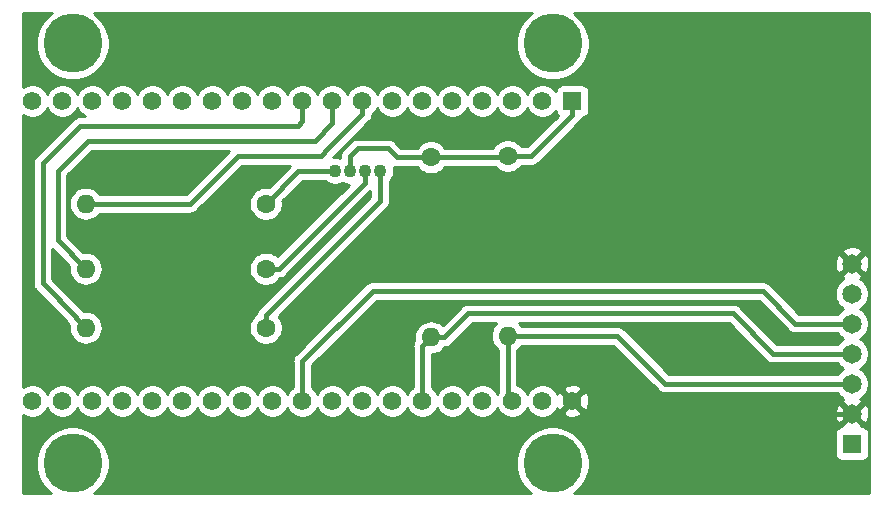
<source format=gbr>
G04 #@! TF.GenerationSoftware,KiCad,Pcbnew,(5.1.0)-1*
G04 #@! TF.CreationDate,2020-10-21T08:33:28+02:00*
G04 #@! TF.ProjectId,phyphox_CO2_Monitor,70687970-686f-4785-9f43-4f325f4d6f6e,rev?*
G04 #@! TF.SameCoordinates,Original*
G04 #@! TF.FileFunction,Copper,L1,Top*
G04 #@! TF.FilePolarity,Positive*
%FSLAX46Y46*%
G04 Gerber Fmt 4.6, Leading zero omitted, Abs format (unit mm)*
G04 Created by KiCad (PCBNEW (5.1.0)-1) date 2020-10-21 08:33:28*
%MOMM*%
%LPD*%
G04 APERTURE LIST*
%ADD10C,5.000000*%
%ADD11C,1.650000*%
%ADD12R,1.650000X1.650000*%
%ADD13C,1.100000*%
%ADD14C,1.600000*%
%ADD15O,1.600000X1.600000*%
%ADD16C,1.560000*%
%ADD17R,1.560000X1.560000*%
%ADD18C,0.800000*%
%ADD19C,0.400000*%
%ADD20C,0.254000*%
G04 APERTURE END LIST*
D10*
X18084800Y-17983200D03*
X18084800Y17576800D03*
X-22555200Y17576800D03*
X-22555200Y-17983200D03*
D11*
X43424800Y-1063200D03*
X43424800Y-3603200D03*
X43424800Y-6143200D03*
X43424800Y-8683200D03*
X43424800Y-11223200D03*
X43424800Y-13763200D03*
D12*
X43424800Y-16303200D03*
D13*
X-330200Y6781800D03*
X939800Y6781800D03*
X2209800Y6781800D03*
X3479800Y6781800D03*
D14*
X-6200000Y-1490000D03*
D15*
X-21440000Y-1490000D03*
D14*
X-6200000Y-6490000D03*
D15*
X-21440000Y-6490000D03*
X-21440000Y4010000D03*
D14*
X-6200000Y4010000D03*
X7797800Y7922600D03*
D15*
X7797800Y-7317400D03*
X14274800Y-7188200D03*
D14*
X14274800Y8051800D03*
D16*
X-25960000Y-12700000D03*
X-23420000Y-12700000D03*
X-20880000Y-12700000D03*
X-18340000Y-12700000D03*
X-15800000Y-12700000D03*
X-13260000Y-12700000D03*
X-10720000Y-12700000D03*
X-8180000Y-12700000D03*
X-5640000Y-12700000D03*
X-3100000Y-12700000D03*
X-560000Y-12700000D03*
X1980000Y-12700000D03*
X4520000Y-12700000D03*
X7060000Y-12700000D03*
X9600000Y-12700000D03*
X12140000Y-12700000D03*
X14680000Y-12700000D03*
X17220000Y-12700000D03*
X19760000Y-12700000D03*
X-23420000Y12700000D03*
X-20880000Y12700000D03*
X-18340000Y12700000D03*
X-15800000Y12700000D03*
X-13260000Y12700000D03*
X-10720000Y12700000D03*
X-8180000Y12700000D03*
X-5640000Y12700000D03*
X-3100000Y12700000D03*
X-560000Y12700000D03*
X1980000Y12700000D03*
X4520000Y12700000D03*
X7060000Y12700000D03*
X9600000Y12700000D03*
X12140000Y12700000D03*
X14680000Y12700000D03*
X-25960000Y12700000D03*
X17220000Y12700000D03*
D17*
X19760000Y12700000D03*
D18*
X10564800Y-9183200D03*
X2564800Y-9183200D03*
X32564800Y-8183200D03*
X11564800Y9816800D03*
D19*
X-3428200Y6781800D02*
X-6200000Y4010000D01*
X-330200Y6781800D02*
X-3428200Y6781800D01*
X7567000Y8002600D02*
X7487000Y7922600D01*
X15406170Y8051800D02*
X14274800Y8051800D01*
X16291800Y8051800D02*
X15406170Y8051800D01*
X19760000Y11520000D02*
X16291800Y8051800D01*
X19760000Y12700000D02*
X19760000Y11520000D01*
X14145600Y7922600D02*
X14274800Y8051800D01*
X7797800Y7922600D02*
X14145600Y7922600D01*
X939800Y6781800D02*
X939800Y8051800D01*
X939800Y8051800D02*
X1574800Y8686800D01*
X1574800Y8686800D02*
X4114800Y8686800D01*
X4879000Y7922600D02*
X7797800Y7922600D01*
X4114800Y8686800D02*
X4879000Y7922600D01*
X-5068630Y-1490000D02*
X-6200000Y-1490000D01*
X2209800Y5788430D02*
X-5068630Y-1490000D01*
X2209800Y6781800D02*
X2209800Y5788430D01*
X-6200000Y-5438000D02*
X-6200000Y-6490000D01*
X3479800Y4241800D02*
X-6200000Y-5438000D01*
X3479800Y6781800D02*
X3479800Y4241800D01*
X7060000Y-8055200D02*
X7797800Y-7317400D01*
X7060000Y-12700000D02*
X7060000Y-8055200D01*
X8929170Y-7317400D02*
X10963370Y-5283200D01*
X7797800Y-7317400D02*
X8929170Y-7317400D01*
X10963370Y-5283200D02*
X33324800Y-5283200D01*
X36724800Y-8683200D02*
X43424800Y-8683200D01*
X33324800Y-5283200D02*
X36724800Y-8683200D01*
X14274800Y-12294800D02*
X14680000Y-12700000D01*
X14274800Y-7188200D02*
X14274800Y-12294800D01*
X43424800Y-11223200D02*
X27604800Y-11223200D01*
X27604800Y-11223200D02*
X23564800Y-7183200D01*
X23559800Y-7188200D02*
X14274800Y-7188200D01*
X23564800Y-7183200D02*
X23559800Y-7188200D01*
X2844800Y-3378200D02*
X-3100000Y-9323000D01*
X-3100000Y-9323000D02*
X-3100000Y-12700000D01*
X38629800Y-6143200D02*
X35864800Y-3378200D01*
X35864800Y-3378200D02*
X2844800Y-3378200D01*
X43424800Y-6143200D02*
X38629800Y-6143200D01*
X20823200Y-13763200D02*
X19760000Y-12700000D01*
X43424800Y-13763200D02*
X20823200Y-13763200D01*
X-22239999Y-5598401D02*
X-22239999Y-5690001D01*
X-25095200Y-2743200D02*
X-22239999Y-5598401D01*
X-25095200Y7416800D02*
X-25095200Y-2743200D01*
X-21920200Y10591800D02*
X-25095200Y7416800D01*
X-22239999Y-5690001D02*
X-21440000Y-6490000D01*
X-3505200Y10591800D02*
X-21920200Y10591800D01*
X-3100000Y10997000D02*
X-3505200Y10591800D01*
X-3100000Y12700000D02*
X-3100000Y10997000D01*
X1980000Y12700000D02*
X1980000Y11596914D01*
X-21440000Y4010000D02*
X-12627000Y4010000D01*
X-12627000Y4010000D02*
X-8585200Y8051800D01*
X-1565114Y8051800D02*
X-895124Y8721790D01*
X-8585200Y8051800D02*
X-1565114Y8051800D01*
X-895124Y8721790D02*
X1980000Y11596914D01*
X-23825200Y895200D02*
X-21440000Y-1490000D01*
X-23825200Y6781800D02*
X-23825200Y895200D01*
X-21285200Y9321800D02*
X-23825200Y6781800D01*
X-2059800Y9321800D02*
X-21285200Y9321800D01*
X-560000Y10821600D02*
X-2059800Y9321800D01*
X-560000Y12700000D02*
X-560000Y10821600D01*
D20*
G36*
X-24553646Y20011914D02*
G01*
X-24990314Y19575246D01*
X-25333401Y19061779D01*
X-25569724Y18491246D01*
X-25690200Y17885571D01*
X-25690200Y17268029D01*
X-25569724Y16662354D01*
X-25333401Y16091821D01*
X-24990314Y15578354D01*
X-24553646Y15141686D01*
X-24040179Y14798599D01*
X-23469646Y14562276D01*
X-22863971Y14441800D01*
X-22246429Y14441800D01*
X-21640754Y14562276D01*
X-21070221Y14798599D01*
X-20556754Y15141686D01*
X-20120086Y15578354D01*
X-19776999Y16091821D01*
X-19540676Y16662354D01*
X-19420200Y17268029D01*
X-19420200Y17885571D01*
X-19540676Y18491246D01*
X-19776999Y19061779D01*
X-20120086Y19575246D01*
X-20556754Y20011914D01*
X-20773592Y20156800D01*
X16303192Y20156800D01*
X16086354Y20011914D01*
X15649686Y19575246D01*
X15306599Y19061779D01*
X15070276Y18491246D01*
X14949800Y17885571D01*
X14949800Y17268029D01*
X15070276Y16662354D01*
X15306599Y16091821D01*
X15649686Y15578354D01*
X16086354Y15141686D01*
X16599821Y14798599D01*
X17170354Y14562276D01*
X17776029Y14441800D01*
X18393571Y14441800D01*
X18999246Y14562276D01*
X19569779Y14798599D01*
X20083246Y15141686D01*
X20519914Y15578354D01*
X20863001Y16091821D01*
X21099324Y16662354D01*
X21219800Y17268029D01*
X21219800Y17885571D01*
X21099324Y18491246D01*
X20863001Y19061779D01*
X20519914Y19575246D01*
X20083246Y20011914D01*
X19866408Y20156800D01*
X44904800Y20156800D01*
X44904801Y-20523200D01*
X19926273Y-20523200D01*
X20083246Y-20418314D01*
X20519914Y-19981646D01*
X20863001Y-19468179D01*
X21099324Y-18897646D01*
X21219800Y-18291971D01*
X21219800Y-17674429D01*
X21099324Y-17068754D01*
X20863001Y-16498221D01*
X20519914Y-15984754D01*
X20083246Y-15548086D01*
X19978655Y-15478200D01*
X41961728Y-15478200D01*
X41961728Y-17128200D01*
X41973988Y-17252682D01*
X42010298Y-17372380D01*
X42069263Y-17482694D01*
X42148615Y-17579385D01*
X42245306Y-17658737D01*
X42355620Y-17717702D01*
X42475318Y-17754012D01*
X42599800Y-17766272D01*
X44249800Y-17766272D01*
X44374282Y-17754012D01*
X44493980Y-17717702D01*
X44604294Y-17658737D01*
X44700985Y-17579385D01*
X44780337Y-17482694D01*
X44839302Y-17372380D01*
X44875612Y-17252682D01*
X44887872Y-17128200D01*
X44887872Y-15478200D01*
X44875612Y-15353718D01*
X44839302Y-15234020D01*
X44780337Y-15123706D01*
X44700985Y-15027015D01*
X44604294Y-14947663D01*
X44493980Y-14888698D01*
X44374282Y-14852388D01*
X44249800Y-14840128D01*
X44235657Y-14840128D01*
X44255746Y-14773751D01*
X43424800Y-13942805D01*
X42593854Y-14773751D01*
X42613943Y-14840128D01*
X42599800Y-14840128D01*
X42475318Y-14852388D01*
X42355620Y-14888698D01*
X42245306Y-14947663D01*
X42148615Y-15027015D01*
X42069263Y-15123706D01*
X42010298Y-15234020D01*
X41973988Y-15353718D01*
X41961728Y-15478200D01*
X19978655Y-15478200D01*
X19569779Y-15204999D01*
X18999246Y-14968676D01*
X18393571Y-14848200D01*
X17776029Y-14848200D01*
X17170354Y-14968676D01*
X16599821Y-15204999D01*
X16086354Y-15548086D01*
X15649686Y-15984754D01*
X15306599Y-16498221D01*
X15070276Y-17068754D01*
X14949800Y-17674429D01*
X14949800Y-18291971D01*
X15070276Y-18897646D01*
X15306599Y-19468179D01*
X15649686Y-19981646D01*
X16086354Y-20418314D01*
X16243327Y-20523200D01*
X-20713727Y-20523200D01*
X-20556754Y-20418314D01*
X-20120086Y-19981646D01*
X-19776999Y-19468179D01*
X-19540676Y-18897646D01*
X-19420200Y-18291971D01*
X-19420200Y-17674429D01*
X-19540676Y-17068754D01*
X-19776999Y-16498221D01*
X-20120086Y-15984754D01*
X-20556754Y-15548086D01*
X-21070221Y-15204999D01*
X-21640754Y-14968676D01*
X-22246429Y-14848200D01*
X-22863971Y-14848200D01*
X-23469646Y-14968676D01*
X-24040179Y-15204999D01*
X-24553646Y-15548086D01*
X-24990314Y-15984754D01*
X-25333401Y-16498221D01*
X-25569724Y-17068754D01*
X-25690200Y-17674429D01*
X-25690200Y-18291971D01*
X-25569724Y-18897646D01*
X-25333401Y-19468179D01*
X-24990314Y-19981646D01*
X-24553646Y-20418314D01*
X-24396673Y-20523200D01*
X-26775200Y-20523200D01*
X-26775200Y-13857107D01*
X-26630254Y-13953957D01*
X-26372740Y-14060623D01*
X-26099365Y-14115000D01*
X-25820635Y-14115000D01*
X-25547260Y-14060623D01*
X-25289746Y-13953957D01*
X-25057990Y-13799103D01*
X-24860897Y-13602010D01*
X-24706043Y-13370254D01*
X-24690000Y-13331523D01*
X-24673957Y-13370254D01*
X-24519103Y-13602010D01*
X-24322010Y-13799103D01*
X-24090254Y-13953957D01*
X-23832740Y-14060623D01*
X-23559365Y-14115000D01*
X-23280635Y-14115000D01*
X-23007260Y-14060623D01*
X-22749746Y-13953957D01*
X-22517990Y-13799103D01*
X-22320897Y-13602010D01*
X-22166043Y-13370254D01*
X-22150000Y-13331523D01*
X-22133957Y-13370254D01*
X-21979103Y-13602010D01*
X-21782010Y-13799103D01*
X-21550254Y-13953957D01*
X-21292740Y-14060623D01*
X-21019365Y-14115000D01*
X-20740635Y-14115000D01*
X-20467260Y-14060623D01*
X-20209746Y-13953957D01*
X-19977990Y-13799103D01*
X-19780897Y-13602010D01*
X-19626043Y-13370254D01*
X-19610000Y-13331523D01*
X-19593957Y-13370254D01*
X-19439103Y-13602010D01*
X-19242010Y-13799103D01*
X-19010254Y-13953957D01*
X-18752740Y-14060623D01*
X-18479365Y-14115000D01*
X-18200635Y-14115000D01*
X-17927260Y-14060623D01*
X-17669746Y-13953957D01*
X-17437990Y-13799103D01*
X-17240897Y-13602010D01*
X-17086043Y-13370254D01*
X-17070000Y-13331523D01*
X-17053957Y-13370254D01*
X-16899103Y-13602010D01*
X-16702010Y-13799103D01*
X-16470254Y-13953957D01*
X-16212740Y-14060623D01*
X-15939365Y-14115000D01*
X-15660635Y-14115000D01*
X-15387260Y-14060623D01*
X-15129746Y-13953957D01*
X-14897990Y-13799103D01*
X-14700897Y-13602010D01*
X-14546043Y-13370254D01*
X-14530000Y-13331523D01*
X-14513957Y-13370254D01*
X-14359103Y-13602010D01*
X-14162010Y-13799103D01*
X-13930254Y-13953957D01*
X-13672740Y-14060623D01*
X-13399365Y-14115000D01*
X-13120635Y-14115000D01*
X-12847260Y-14060623D01*
X-12589746Y-13953957D01*
X-12357990Y-13799103D01*
X-12160897Y-13602010D01*
X-12006043Y-13370254D01*
X-11990000Y-13331523D01*
X-11973957Y-13370254D01*
X-11819103Y-13602010D01*
X-11622010Y-13799103D01*
X-11390254Y-13953957D01*
X-11132740Y-14060623D01*
X-10859365Y-14115000D01*
X-10580635Y-14115000D01*
X-10307260Y-14060623D01*
X-10049746Y-13953957D01*
X-9817990Y-13799103D01*
X-9620897Y-13602010D01*
X-9466043Y-13370254D01*
X-9450000Y-13331523D01*
X-9433957Y-13370254D01*
X-9279103Y-13602010D01*
X-9082010Y-13799103D01*
X-8850254Y-13953957D01*
X-8592740Y-14060623D01*
X-8319365Y-14115000D01*
X-8040635Y-14115000D01*
X-7767260Y-14060623D01*
X-7509746Y-13953957D01*
X-7277990Y-13799103D01*
X-7080897Y-13602010D01*
X-6926043Y-13370254D01*
X-6910000Y-13331523D01*
X-6893957Y-13370254D01*
X-6739103Y-13602010D01*
X-6542010Y-13799103D01*
X-6310254Y-13953957D01*
X-6052740Y-14060623D01*
X-5779365Y-14115000D01*
X-5500635Y-14115000D01*
X-5227260Y-14060623D01*
X-4969746Y-13953957D01*
X-4737990Y-13799103D01*
X-4540897Y-13602010D01*
X-4386043Y-13370254D01*
X-4370000Y-13331523D01*
X-4353957Y-13370254D01*
X-4199103Y-13602010D01*
X-4002010Y-13799103D01*
X-3770254Y-13953957D01*
X-3512740Y-14060623D01*
X-3239365Y-14115000D01*
X-2960635Y-14115000D01*
X-2687260Y-14060623D01*
X-2429746Y-13953957D01*
X-2197990Y-13799103D01*
X-2000897Y-13602010D01*
X-1846043Y-13370254D01*
X-1830000Y-13331523D01*
X-1813957Y-13370254D01*
X-1659103Y-13602010D01*
X-1462010Y-13799103D01*
X-1230254Y-13953957D01*
X-972740Y-14060623D01*
X-699365Y-14115000D01*
X-420635Y-14115000D01*
X-147260Y-14060623D01*
X110254Y-13953957D01*
X342010Y-13799103D01*
X539103Y-13602010D01*
X693957Y-13370254D01*
X710000Y-13331523D01*
X726043Y-13370254D01*
X880897Y-13602010D01*
X1077990Y-13799103D01*
X1309746Y-13953957D01*
X1567260Y-14060623D01*
X1840635Y-14115000D01*
X2119365Y-14115000D01*
X2392740Y-14060623D01*
X2650254Y-13953957D01*
X2882010Y-13799103D01*
X3079103Y-13602010D01*
X3233957Y-13370254D01*
X3250000Y-13331523D01*
X3266043Y-13370254D01*
X3420897Y-13602010D01*
X3617990Y-13799103D01*
X3849746Y-13953957D01*
X4107260Y-14060623D01*
X4380635Y-14115000D01*
X4659365Y-14115000D01*
X4932740Y-14060623D01*
X5190254Y-13953957D01*
X5422010Y-13799103D01*
X5619103Y-13602010D01*
X5773957Y-13370254D01*
X5790000Y-13331523D01*
X5806043Y-13370254D01*
X5960897Y-13602010D01*
X6157990Y-13799103D01*
X6389746Y-13953957D01*
X6647260Y-14060623D01*
X6920635Y-14115000D01*
X7199365Y-14115000D01*
X7472740Y-14060623D01*
X7730254Y-13953957D01*
X7962010Y-13799103D01*
X8159103Y-13602010D01*
X8313957Y-13370254D01*
X8330000Y-13331523D01*
X8346043Y-13370254D01*
X8500897Y-13602010D01*
X8697990Y-13799103D01*
X8929746Y-13953957D01*
X9187260Y-14060623D01*
X9460635Y-14115000D01*
X9739365Y-14115000D01*
X10012740Y-14060623D01*
X10270254Y-13953957D01*
X10502010Y-13799103D01*
X10699103Y-13602010D01*
X10853957Y-13370254D01*
X10870000Y-13331523D01*
X10886043Y-13370254D01*
X11040897Y-13602010D01*
X11237990Y-13799103D01*
X11469746Y-13953957D01*
X11727260Y-14060623D01*
X12000635Y-14115000D01*
X12279365Y-14115000D01*
X12552740Y-14060623D01*
X12810254Y-13953957D01*
X13042010Y-13799103D01*
X13239103Y-13602010D01*
X13393957Y-13370254D01*
X13410000Y-13331523D01*
X13426043Y-13370254D01*
X13580897Y-13602010D01*
X13777990Y-13799103D01*
X14009746Y-13953957D01*
X14267260Y-14060623D01*
X14540635Y-14115000D01*
X14819365Y-14115000D01*
X15092740Y-14060623D01*
X15350254Y-13953957D01*
X15582010Y-13799103D01*
X15779103Y-13602010D01*
X15933957Y-13370254D01*
X15950000Y-13331523D01*
X15966043Y-13370254D01*
X16120897Y-13602010D01*
X16317990Y-13799103D01*
X16549746Y-13953957D01*
X16807260Y-14060623D01*
X17080635Y-14115000D01*
X17359365Y-14115000D01*
X17632740Y-14060623D01*
X17890254Y-13953957D01*
X18122010Y-13799103D01*
X18242692Y-13678421D01*
X18961184Y-13678421D01*
X19030345Y-13920349D01*
X19282443Y-14039248D01*
X19552894Y-14106681D01*
X19831303Y-14120057D01*
X20106972Y-14078860D01*
X20369308Y-13984675D01*
X20489655Y-13920349D01*
X20514705Y-13832721D01*
X41959383Y-13832721D01*
X42001103Y-14117274D01*
X42097535Y-14388220D01*
X42167727Y-14519537D01*
X42414249Y-14594146D01*
X43245195Y-13763200D01*
X43604405Y-13763200D01*
X44435351Y-14594146D01*
X44681873Y-14519537D01*
X44805273Y-14259761D01*
X44875623Y-13980903D01*
X44890217Y-13693679D01*
X44848497Y-13409126D01*
X44752065Y-13138180D01*
X44681873Y-13006863D01*
X44435351Y-12932254D01*
X43604405Y-13763200D01*
X43245195Y-13763200D01*
X42414249Y-12932254D01*
X42167727Y-13006863D01*
X42044327Y-13266639D01*
X41973977Y-13545497D01*
X41959383Y-13832721D01*
X20514705Y-13832721D01*
X20558816Y-13678421D01*
X19760000Y-12879605D01*
X18961184Y-13678421D01*
X18242692Y-13678421D01*
X18319103Y-13602010D01*
X18473957Y-13370254D01*
X18488777Y-13334475D01*
X18539651Y-13429655D01*
X18781579Y-13498816D01*
X19580395Y-12700000D01*
X19939605Y-12700000D01*
X20738421Y-13498816D01*
X20980349Y-13429655D01*
X21099248Y-13177557D01*
X21166681Y-12907106D01*
X21180057Y-12628697D01*
X21138860Y-12353028D01*
X21044675Y-12090692D01*
X20980349Y-11970345D01*
X20738421Y-11901184D01*
X19939605Y-12700000D01*
X19580395Y-12700000D01*
X18781579Y-11901184D01*
X18539651Y-11970345D01*
X18491575Y-12072279D01*
X18473957Y-12029746D01*
X18319103Y-11797990D01*
X18242692Y-11721579D01*
X18961184Y-11721579D01*
X19760000Y-12520395D01*
X20558816Y-11721579D01*
X20489655Y-11479651D01*
X20237557Y-11360752D01*
X19967106Y-11293319D01*
X19688697Y-11279943D01*
X19413028Y-11321140D01*
X19150692Y-11415325D01*
X19030345Y-11479651D01*
X18961184Y-11721579D01*
X18242692Y-11721579D01*
X18122010Y-11600897D01*
X17890254Y-11446043D01*
X17632740Y-11339377D01*
X17359365Y-11285000D01*
X17080635Y-11285000D01*
X16807260Y-11339377D01*
X16549746Y-11446043D01*
X16317990Y-11600897D01*
X16120897Y-11797990D01*
X15966043Y-12029746D01*
X15950000Y-12068477D01*
X15933957Y-12029746D01*
X15779103Y-11797990D01*
X15582010Y-11600897D01*
X15350254Y-11446043D01*
X15109800Y-11346443D01*
X15109800Y-8359312D01*
X15294408Y-8207808D01*
X15445912Y-8023200D01*
X23223933Y-8023200D01*
X26985363Y-11784632D01*
X27011509Y-11816491D01*
X27043368Y-11842637D01*
X27043370Y-11842639D01*
X27138654Y-11920836D01*
X27283713Y-11998372D01*
X27441111Y-12046118D01*
X27604800Y-12062240D01*
X27645818Y-12058200D01*
X42226802Y-12058200D01*
X42290744Y-12153896D01*
X42494104Y-12357256D01*
X42695376Y-12491741D01*
X42668463Y-12506127D01*
X42593854Y-12752649D01*
X43424800Y-13583595D01*
X44255746Y-12752649D01*
X44181137Y-12506127D01*
X44152823Y-12492677D01*
X44355496Y-12357256D01*
X44558856Y-12153896D01*
X44718635Y-11914769D01*
X44828693Y-11649066D01*
X44884800Y-11366997D01*
X44884800Y-11079403D01*
X44828693Y-10797334D01*
X44718635Y-10531631D01*
X44558856Y-10292504D01*
X44355496Y-10089144D01*
X44152041Y-9953200D01*
X44355496Y-9817256D01*
X44558856Y-9613896D01*
X44718635Y-9374769D01*
X44828693Y-9109066D01*
X44884800Y-8826997D01*
X44884800Y-8539403D01*
X44828693Y-8257334D01*
X44718635Y-7991631D01*
X44558856Y-7752504D01*
X44355496Y-7549144D01*
X44152041Y-7413200D01*
X44355496Y-7277256D01*
X44558856Y-7073896D01*
X44718635Y-6834769D01*
X44828693Y-6569066D01*
X44884800Y-6286997D01*
X44884800Y-5999403D01*
X44828693Y-5717334D01*
X44718635Y-5451631D01*
X44558856Y-5212504D01*
X44355496Y-5009144D01*
X44152041Y-4873200D01*
X44355496Y-4737256D01*
X44558856Y-4533896D01*
X44718635Y-4294769D01*
X44828693Y-4029066D01*
X44884800Y-3746997D01*
X44884800Y-3459403D01*
X44828693Y-3177334D01*
X44718635Y-2911631D01*
X44558856Y-2672504D01*
X44355496Y-2469144D01*
X44154224Y-2334659D01*
X44181137Y-2320273D01*
X44255746Y-2073751D01*
X43424800Y-1242805D01*
X42593854Y-2073751D01*
X42668463Y-2320273D01*
X42696777Y-2333723D01*
X42494104Y-2469144D01*
X42290744Y-2672504D01*
X42130965Y-2911631D01*
X42020907Y-3177334D01*
X41964800Y-3459403D01*
X41964800Y-3746997D01*
X42020907Y-4029066D01*
X42130965Y-4294769D01*
X42290744Y-4533896D01*
X42494104Y-4737256D01*
X42697559Y-4873200D01*
X42494104Y-5009144D01*
X42290744Y-5212504D01*
X42226802Y-5308200D01*
X38975668Y-5308200D01*
X36484246Y-2816779D01*
X36458091Y-2784909D01*
X36330946Y-2680564D01*
X36185887Y-2603028D01*
X36028489Y-2555282D01*
X35905819Y-2543200D01*
X35905818Y-2543200D01*
X35864800Y-2539160D01*
X35823782Y-2543200D01*
X2885818Y-2543200D01*
X2844800Y-2539160D01*
X2803782Y-2543200D01*
X2803781Y-2543200D01*
X2681111Y-2555282D01*
X2523713Y-2603028D01*
X2378654Y-2680564D01*
X2302332Y-2743200D01*
X2251509Y-2784909D01*
X2225363Y-2816768D01*
X-3661421Y-8703554D01*
X-3693291Y-8729709D01*
X-3773132Y-8826997D01*
X-3797636Y-8856855D01*
X-3875172Y-9001914D01*
X-3922918Y-9159312D01*
X-3939040Y-9323000D01*
X-3935000Y-9364019D01*
X-3934999Y-11556122D01*
X-4002010Y-11600897D01*
X-4199103Y-11797990D01*
X-4353957Y-12029746D01*
X-4370000Y-12068477D01*
X-4386043Y-12029746D01*
X-4540897Y-11797990D01*
X-4737990Y-11600897D01*
X-4969746Y-11446043D01*
X-5227260Y-11339377D01*
X-5500635Y-11285000D01*
X-5779365Y-11285000D01*
X-6052740Y-11339377D01*
X-6310254Y-11446043D01*
X-6542010Y-11600897D01*
X-6739103Y-11797990D01*
X-6893957Y-12029746D01*
X-6910000Y-12068477D01*
X-6926043Y-12029746D01*
X-7080897Y-11797990D01*
X-7277990Y-11600897D01*
X-7509746Y-11446043D01*
X-7767260Y-11339377D01*
X-8040635Y-11285000D01*
X-8319365Y-11285000D01*
X-8592740Y-11339377D01*
X-8850254Y-11446043D01*
X-9082010Y-11600897D01*
X-9279103Y-11797990D01*
X-9433957Y-12029746D01*
X-9450000Y-12068477D01*
X-9466043Y-12029746D01*
X-9620897Y-11797990D01*
X-9817990Y-11600897D01*
X-10049746Y-11446043D01*
X-10307260Y-11339377D01*
X-10580635Y-11285000D01*
X-10859365Y-11285000D01*
X-11132740Y-11339377D01*
X-11390254Y-11446043D01*
X-11622010Y-11600897D01*
X-11819103Y-11797990D01*
X-11973957Y-12029746D01*
X-11990000Y-12068477D01*
X-12006043Y-12029746D01*
X-12160897Y-11797990D01*
X-12357990Y-11600897D01*
X-12589746Y-11446043D01*
X-12847260Y-11339377D01*
X-13120635Y-11285000D01*
X-13399365Y-11285000D01*
X-13672740Y-11339377D01*
X-13930254Y-11446043D01*
X-14162010Y-11600897D01*
X-14359103Y-11797990D01*
X-14513957Y-12029746D01*
X-14530000Y-12068477D01*
X-14546043Y-12029746D01*
X-14700897Y-11797990D01*
X-14897990Y-11600897D01*
X-15129746Y-11446043D01*
X-15387260Y-11339377D01*
X-15660635Y-11285000D01*
X-15939365Y-11285000D01*
X-16212740Y-11339377D01*
X-16470254Y-11446043D01*
X-16702010Y-11600897D01*
X-16899103Y-11797990D01*
X-17053957Y-12029746D01*
X-17070000Y-12068477D01*
X-17086043Y-12029746D01*
X-17240897Y-11797990D01*
X-17437990Y-11600897D01*
X-17669746Y-11446043D01*
X-17927260Y-11339377D01*
X-18200635Y-11285000D01*
X-18479365Y-11285000D01*
X-18752740Y-11339377D01*
X-19010254Y-11446043D01*
X-19242010Y-11600897D01*
X-19439103Y-11797990D01*
X-19593957Y-12029746D01*
X-19610000Y-12068477D01*
X-19626043Y-12029746D01*
X-19780897Y-11797990D01*
X-19977990Y-11600897D01*
X-20209746Y-11446043D01*
X-20467260Y-11339377D01*
X-20740635Y-11285000D01*
X-21019365Y-11285000D01*
X-21292740Y-11339377D01*
X-21550254Y-11446043D01*
X-21782010Y-11600897D01*
X-21979103Y-11797990D01*
X-22133957Y-12029746D01*
X-22150000Y-12068477D01*
X-22166043Y-12029746D01*
X-22320897Y-11797990D01*
X-22517990Y-11600897D01*
X-22749746Y-11446043D01*
X-23007260Y-11339377D01*
X-23280635Y-11285000D01*
X-23559365Y-11285000D01*
X-23832740Y-11339377D01*
X-24090254Y-11446043D01*
X-24322010Y-11600897D01*
X-24519103Y-11797990D01*
X-24673957Y-12029746D01*
X-24690000Y-12068477D01*
X-24706043Y-12029746D01*
X-24860897Y-11797990D01*
X-25057990Y-11600897D01*
X-25289746Y-11446043D01*
X-25547260Y-11339377D01*
X-25820635Y-11285000D01*
X-26099365Y-11285000D01*
X-26372740Y-11339377D01*
X-26630254Y-11446043D01*
X-26775200Y-11542893D01*
X-26775200Y11542893D01*
X-26630254Y11446043D01*
X-26372740Y11339377D01*
X-26099365Y11285000D01*
X-25820635Y11285000D01*
X-25547260Y11339377D01*
X-25289746Y11446043D01*
X-25057990Y11600897D01*
X-24860897Y11797990D01*
X-24706043Y12029746D01*
X-24690000Y12068477D01*
X-24673957Y12029746D01*
X-24519103Y11797990D01*
X-24322010Y11600897D01*
X-24090254Y11446043D01*
X-23832740Y11339377D01*
X-23559365Y11285000D01*
X-23280635Y11285000D01*
X-23007260Y11339377D01*
X-22749746Y11446043D01*
X-22517990Y11600897D01*
X-22320897Y11797990D01*
X-22166043Y12029746D01*
X-22150000Y12068477D01*
X-22133957Y12029746D01*
X-21979103Y11797990D01*
X-21782010Y11600897D01*
X-21550254Y11446043D01*
X-21503797Y11426800D01*
X-21879182Y11426800D01*
X-21920201Y11430840D01*
X-21961219Y11426800D01*
X-22083889Y11414718D01*
X-22241287Y11366972D01*
X-22386346Y11289436D01*
X-22513491Y11185091D01*
X-22539639Y11153229D01*
X-25656621Y8036246D01*
X-25688491Y8010091D01*
X-25770251Y7910465D01*
X-25792836Y7882945D01*
X-25870372Y7737886D01*
X-25918118Y7580488D01*
X-25934240Y7416800D01*
X-25930200Y7375781D01*
X-25930199Y-2702171D01*
X-25934240Y-2743200D01*
X-25918118Y-2906888D01*
X-25870372Y-3064286D01*
X-25792836Y-3209345D01*
X-25769293Y-3238032D01*
X-25688490Y-3336491D01*
X-25656626Y-3362641D01*
X-23018215Y-6001053D01*
X-23015171Y-6011088D01*
X-22937635Y-6156147D01*
X-22858552Y-6252510D01*
X-22881943Y-6490000D01*
X-22854236Y-6771309D01*
X-22772182Y-7041808D01*
X-22638932Y-7291101D01*
X-22459608Y-7509608D01*
X-22241101Y-7688932D01*
X-21991808Y-7822182D01*
X-21721309Y-7904236D01*
X-21510492Y-7925000D01*
X-21369508Y-7925000D01*
X-21158691Y-7904236D01*
X-20888192Y-7822182D01*
X-20638899Y-7688932D01*
X-20420392Y-7509608D01*
X-20241068Y-7291101D01*
X-20107818Y-7041808D01*
X-20025764Y-6771309D01*
X-19998057Y-6490000D01*
X-20025764Y-6208691D01*
X-20107818Y-5938192D01*
X-20241068Y-5688899D01*
X-20420392Y-5470392D01*
X-20638899Y-5291068D01*
X-20888192Y-5157818D01*
X-21158691Y-5075764D01*
X-21369508Y-5055000D01*
X-21510492Y-5055000D01*
X-21598639Y-5063682D01*
X-21646708Y-5005110D01*
X-21678571Y-4978961D01*
X-24260200Y-2397333D01*
X-24260200Y149333D01*
X-22858534Y-1252333D01*
X-22881943Y-1490000D01*
X-22854236Y-1771309D01*
X-22772182Y-2041808D01*
X-22638932Y-2291101D01*
X-22459608Y-2509608D01*
X-22241101Y-2688932D01*
X-21991808Y-2822182D01*
X-21721309Y-2904236D01*
X-21510492Y-2925000D01*
X-21369508Y-2925000D01*
X-21158691Y-2904236D01*
X-20888192Y-2822182D01*
X-20638899Y-2688932D01*
X-20420392Y-2509608D01*
X-20241068Y-2291101D01*
X-20107818Y-2041808D01*
X-20025764Y-1771309D01*
X-19998057Y-1490000D01*
X-20025764Y-1208691D01*
X-20107818Y-938192D01*
X-20241068Y-688899D01*
X-20420392Y-470392D01*
X-20638899Y-291068D01*
X-20888192Y-157818D01*
X-21158691Y-75764D01*
X-21369508Y-55000D01*
X-21510492Y-55000D01*
X-21677667Y-71466D01*
X-22990200Y1241067D01*
X-22990200Y6435933D01*
X-20939332Y8486800D01*
X-9331068Y8486800D01*
X-12972867Y4845000D01*
X-20268888Y4845000D01*
X-20420392Y5029608D01*
X-20638899Y5208932D01*
X-20888192Y5342182D01*
X-21158691Y5424236D01*
X-21369508Y5445000D01*
X-21510492Y5445000D01*
X-21721309Y5424236D01*
X-21991808Y5342182D01*
X-22241101Y5208932D01*
X-22459608Y5029608D01*
X-22638932Y4811101D01*
X-22772182Y4561808D01*
X-22854236Y4291309D01*
X-22881943Y4010000D01*
X-22854236Y3728691D01*
X-22772182Y3458192D01*
X-22638932Y3208899D01*
X-22459608Y2990392D01*
X-22241101Y2811068D01*
X-21991808Y2677818D01*
X-21721309Y2595764D01*
X-21510492Y2575000D01*
X-21369508Y2575000D01*
X-21158691Y2595764D01*
X-20888192Y2677818D01*
X-20638899Y2811068D01*
X-20420392Y2990392D01*
X-20268888Y3175000D01*
X-12668018Y3175000D01*
X-12627000Y3170960D01*
X-12585982Y3175000D01*
X-12585981Y3175000D01*
X-12463311Y3187082D01*
X-12305913Y3234828D01*
X-12160854Y3312364D01*
X-12033709Y3416709D01*
X-12007554Y3448579D01*
X-8239332Y7216800D01*
X-4174068Y7216800D01*
X-5964582Y5426285D01*
X-6058665Y5445000D01*
X-6341335Y5445000D01*
X-6618574Y5389853D01*
X-6879727Y5281680D01*
X-7114759Y5124637D01*
X-7314637Y4924759D01*
X-7471680Y4689727D01*
X-7579853Y4428574D01*
X-7635000Y4151335D01*
X-7635000Y3868665D01*
X-7579853Y3591426D01*
X-7471680Y3330273D01*
X-7314637Y3095241D01*
X-7114759Y2895363D01*
X-6879727Y2738320D01*
X-6618574Y2630147D01*
X-6341335Y2575000D01*
X-6058665Y2575000D01*
X-5781426Y2630147D01*
X-5520273Y2738320D01*
X-5285241Y2895363D01*
X-5085363Y3095241D01*
X-4928320Y3330273D01*
X-4820147Y3591426D01*
X-4765000Y3868665D01*
X-4765000Y4151335D01*
X-4783715Y4245418D01*
X-3082332Y5946800D01*
X-1171044Y5946800D01*
X-1085594Y5861350D01*
X-891508Y5731666D01*
X-675852Y5642339D01*
X-446912Y5596800D01*
X-213488Y5596800D01*
X15452Y5642339D01*
X231108Y5731666D01*
X304800Y5780905D01*
X378492Y5731666D01*
X594148Y5642339D01*
X823088Y5596800D01*
X837302Y5596800D01*
X-5210051Y-450553D01*
X-5285241Y-375363D01*
X-5520273Y-218320D01*
X-5781426Y-110147D01*
X-6058665Y-55000D01*
X-6341335Y-55000D01*
X-6618574Y-110147D01*
X-6879727Y-218320D01*
X-7114759Y-375363D01*
X-7314637Y-575241D01*
X-7471680Y-810273D01*
X-7579853Y-1071426D01*
X-7635000Y-1348665D01*
X-7635000Y-1631335D01*
X-7579853Y-1908574D01*
X-7471680Y-2169727D01*
X-7314637Y-2404759D01*
X-7114759Y-2604637D01*
X-6879727Y-2761680D01*
X-6618574Y-2869853D01*
X-6341335Y-2925000D01*
X-6058665Y-2925000D01*
X-5781426Y-2869853D01*
X-5520273Y-2761680D01*
X-5285241Y-2604637D01*
X-5085363Y-2404759D01*
X-5032384Y-2325470D01*
X-5027612Y-2325000D01*
X-5027611Y-2325000D01*
X-4904941Y-2312918D01*
X-4747543Y-2265172D01*
X-4602484Y-2187636D01*
X-4475339Y-2083291D01*
X-4449184Y-2051421D01*
X2644801Y5042563D01*
X2644801Y4587669D01*
X-6761421Y-4818554D01*
X-6793291Y-4844709D01*
X-6850836Y-4914829D01*
X-6897636Y-4971855D01*
X-6975172Y-5116914D01*
X-7022918Y-5274312D01*
X-7027102Y-5316793D01*
X-7114759Y-5375363D01*
X-7314637Y-5575241D01*
X-7471680Y-5810273D01*
X-7579853Y-6071426D01*
X-7635000Y-6348665D01*
X-7635000Y-6631335D01*
X-7579853Y-6908574D01*
X-7471680Y-7169727D01*
X-7314637Y-7404759D01*
X-7114759Y-7604637D01*
X-6879727Y-7761680D01*
X-6618574Y-7869853D01*
X-6341335Y-7925000D01*
X-6058665Y-7925000D01*
X-5781426Y-7869853D01*
X-5520273Y-7761680D01*
X-5285241Y-7604637D01*
X-5085363Y-7404759D01*
X-4928320Y-7169727D01*
X-4820147Y-6908574D01*
X-4765000Y-6631335D01*
X-4765000Y-6348665D01*
X-4820147Y-6071426D01*
X-4928320Y-5810273D01*
X-5085363Y-5575241D01*
X-5120868Y-5539736D01*
X-713853Y-1132721D01*
X41959383Y-1132721D01*
X42001103Y-1417274D01*
X42097535Y-1688220D01*
X42167727Y-1819537D01*
X42414249Y-1894146D01*
X43245195Y-1063200D01*
X43604405Y-1063200D01*
X44435351Y-1894146D01*
X44681873Y-1819537D01*
X44805273Y-1559761D01*
X44875623Y-1280903D01*
X44890217Y-993679D01*
X44848497Y-709126D01*
X44752065Y-438180D01*
X44681873Y-306863D01*
X44435351Y-232254D01*
X43604405Y-1063200D01*
X43245195Y-1063200D01*
X42414249Y-232254D01*
X42167727Y-306863D01*
X42044327Y-566639D01*
X41973977Y-845497D01*
X41959383Y-1132721D01*
X-713853Y-1132721D01*
X366219Y-52649D01*
X42593854Y-52649D01*
X43424800Y-883595D01*
X44255746Y-52649D01*
X44181137Y193873D01*
X43921361Y317273D01*
X43642503Y387623D01*
X43355279Y402217D01*
X43070726Y360497D01*
X42799780Y264065D01*
X42668463Y193873D01*
X42593854Y-52649D01*
X366219Y-52649D01*
X4041227Y3622359D01*
X4073091Y3648509D01*
X4177436Y3775654D01*
X4254972Y3920713D01*
X4302718Y4078111D01*
X4314800Y4200781D01*
X4314800Y4200791D01*
X4318839Y4241799D01*
X4314800Y4282807D01*
X4314800Y5940956D01*
X4400250Y6026406D01*
X4529934Y6220492D01*
X4619261Y6436148D01*
X4664800Y6665088D01*
X4664800Y6898512D01*
X4619261Y7127452D01*
X4618614Y7129015D01*
X4715311Y7099682D01*
X4878999Y7083560D01*
X4920018Y7087600D01*
X6629870Y7087600D01*
X6683163Y7007841D01*
X6883041Y6807963D01*
X7118073Y6650920D01*
X7379226Y6542747D01*
X7656465Y6487600D01*
X7939135Y6487600D01*
X8216374Y6542747D01*
X8477527Y6650920D01*
X8712559Y6807963D01*
X8912437Y7007841D01*
X8965730Y7087600D01*
X13209604Y7087600D01*
X13360041Y6937163D01*
X13595073Y6780120D01*
X13856226Y6671947D01*
X14133465Y6616800D01*
X14416135Y6616800D01*
X14693374Y6671947D01*
X14954527Y6780120D01*
X15189559Y6937163D01*
X15389437Y7137041D01*
X15442730Y7216800D01*
X16250782Y7216800D01*
X16291800Y7212760D01*
X16332818Y7216800D01*
X16332819Y7216800D01*
X16455489Y7228882D01*
X16612887Y7276628D01*
X16757946Y7354164D01*
X16885091Y7458509D01*
X16911246Y7490379D01*
X20321427Y10900559D01*
X20353291Y10926709D01*
X20457636Y11053854D01*
X20535172Y11198913D01*
X20560981Y11283994D01*
X20664482Y11294188D01*
X20784180Y11330498D01*
X20894494Y11389463D01*
X20991185Y11468815D01*
X21070537Y11565506D01*
X21129502Y11675820D01*
X21165812Y11795518D01*
X21178072Y11920000D01*
X21178072Y13480000D01*
X21165812Y13604482D01*
X21129502Y13724180D01*
X21070537Y13834494D01*
X20991185Y13931185D01*
X20894494Y14010537D01*
X20784180Y14069502D01*
X20664482Y14105812D01*
X20540000Y14118072D01*
X18980000Y14118072D01*
X18855518Y14105812D01*
X18735820Y14069502D01*
X18625506Y14010537D01*
X18528815Y13931185D01*
X18449463Y13834494D01*
X18390498Y13724180D01*
X18354188Y13604482D01*
X18349469Y13556564D01*
X18319103Y13602010D01*
X18122010Y13799103D01*
X17890254Y13953957D01*
X17632740Y14060623D01*
X17359365Y14115000D01*
X17080635Y14115000D01*
X16807260Y14060623D01*
X16549746Y13953957D01*
X16317990Y13799103D01*
X16120897Y13602010D01*
X15966043Y13370254D01*
X15950000Y13331523D01*
X15933957Y13370254D01*
X15779103Y13602010D01*
X15582010Y13799103D01*
X15350254Y13953957D01*
X15092740Y14060623D01*
X14819365Y14115000D01*
X14540635Y14115000D01*
X14267260Y14060623D01*
X14009746Y13953957D01*
X13777990Y13799103D01*
X13580897Y13602010D01*
X13426043Y13370254D01*
X13410000Y13331523D01*
X13393957Y13370254D01*
X13239103Y13602010D01*
X13042010Y13799103D01*
X12810254Y13953957D01*
X12552740Y14060623D01*
X12279365Y14115000D01*
X12000635Y14115000D01*
X11727260Y14060623D01*
X11469746Y13953957D01*
X11237990Y13799103D01*
X11040897Y13602010D01*
X10886043Y13370254D01*
X10870000Y13331523D01*
X10853957Y13370254D01*
X10699103Y13602010D01*
X10502010Y13799103D01*
X10270254Y13953957D01*
X10012740Y14060623D01*
X9739365Y14115000D01*
X9460635Y14115000D01*
X9187260Y14060623D01*
X8929746Y13953957D01*
X8697990Y13799103D01*
X8500897Y13602010D01*
X8346043Y13370254D01*
X8330000Y13331523D01*
X8313957Y13370254D01*
X8159103Y13602010D01*
X7962010Y13799103D01*
X7730254Y13953957D01*
X7472740Y14060623D01*
X7199365Y14115000D01*
X6920635Y14115000D01*
X6647260Y14060623D01*
X6389746Y13953957D01*
X6157990Y13799103D01*
X5960897Y13602010D01*
X5806043Y13370254D01*
X5790000Y13331523D01*
X5773957Y13370254D01*
X5619103Y13602010D01*
X5422010Y13799103D01*
X5190254Y13953957D01*
X4932740Y14060623D01*
X4659365Y14115000D01*
X4380635Y14115000D01*
X4107260Y14060623D01*
X3849746Y13953957D01*
X3617990Y13799103D01*
X3420897Y13602010D01*
X3266043Y13370254D01*
X3250000Y13331523D01*
X3233957Y13370254D01*
X3079103Y13602010D01*
X2882010Y13799103D01*
X2650254Y13953957D01*
X2392740Y14060623D01*
X2119365Y14115000D01*
X1840635Y14115000D01*
X1567260Y14060623D01*
X1309746Y13953957D01*
X1077990Y13799103D01*
X880897Y13602010D01*
X726043Y13370254D01*
X710000Y13331523D01*
X693957Y13370254D01*
X539103Y13602010D01*
X342010Y13799103D01*
X110254Y13953957D01*
X-147260Y14060623D01*
X-420635Y14115000D01*
X-699365Y14115000D01*
X-972740Y14060623D01*
X-1230254Y13953957D01*
X-1462010Y13799103D01*
X-1659103Y13602010D01*
X-1813957Y13370254D01*
X-1830000Y13331523D01*
X-1846043Y13370254D01*
X-2000897Y13602010D01*
X-2197990Y13799103D01*
X-2429746Y13953957D01*
X-2687260Y14060623D01*
X-2960635Y14115000D01*
X-3239365Y14115000D01*
X-3512740Y14060623D01*
X-3770254Y13953957D01*
X-4002010Y13799103D01*
X-4199103Y13602010D01*
X-4353957Y13370254D01*
X-4370000Y13331523D01*
X-4386043Y13370254D01*
X-4540897Y13602010D01*
X-4737990Y13799103D01*
X-4969746Y13953957D01*
X-5227260Y14060623D01*
X-5500635Y14115000D01*
X-5779365Y14115000D01*
X-6052740Y14060623D01*
X-6310254Y13953957D01*
X-6542010Y13799103D01*
X-6739103Y13602010D01*
X-6893957Y13370254D01*
X-6910000Y13331523D01*
X-6926043Y13370254D01*
X-7080897Y13602010D01*
X-7277990Y13799103D01*
X-7509746Y13953957D01*
X-7767260Y14060623D01*
X-8040635Y14115000D01*
X-8319365Y14115000D01*
X-8592740Y14060623D01*
X-8850254Y13953957D01*
X-9082010Y13799103D01*
X-9279103Y13602010D01*
X-9433957Y13370254D01*
X-9450000Y13331523D01*
X-9466043Y13370254D01*
X-9620897Y13602010D01*
X-9817990Y13799103D01*
X-10049746Y13953957D01*
X-10307260Y14060623D01*
X-10580635Y14115000D01*
X-10859365Y14115000D01*
X-11132740Y14060623D01*
X-11390254Y13953957D01*
X-11622010Y13799103D01*
X-11819103Y13602010D01*
X-11973957Y13370254D01*
X-11990000Y13331523D01*
X-12006043Y13370254D01*
X-12160897Y13602010D01*
X-12357990Y13799103D01*
X-12589746Y13953957D01*
X-12847260Y14060623D01*
X-13120635Y14115000D01*
X-13399365Y14115000D01*
X-13672740Y14060623D01*
X-13930254Y13953957D01*
X-14162010Y13799103D01*
X-14359103Y13602010D01*
X-14513957Y13370254D01*
X-14530000Y13331523D01*
X-14546043Y13370254D01*
X-14700897Y13602010D01*
X-14897990Y13799103D01*
X-15129746Y13953957D01*
X-15387260Y14060623D01*
X-15660635Y14115000D01*
X-15939365Y14115000D01*
X-16212740Y14060623D01*
X-16470254Y13953957D01*
X-16702010Y13799103D01*
X-16899103Y13602010D01*
X-17053957Y13370254D01*
X-17070000Y13331523D01*
X-17086043Y13370254D01*
X-17240897Y13602010D01*
X-17437990Y13799103D01*
X-17669746Y13953957D01*
X-17927260Y14060623D01*
X-18200635Y14115000D01*
X-18479365Y14115000D01*
X-18752740Y14060623D01*
X-19010254Y13953957D01*
X-19242010Y13799103D01*
X-19439103Y13602010D01*
X-19593957Y13370254D01*
X-19610000Y13331523D01*
X-19626043Y13370254D01*
X-19780897Y13602010D01*
X-19977990Y13799103D01*
X-20209746Y13953957D01*
X-20467260Y14060623D01*
X-20740635Y14115000D01*
X-21019365Y14115000D01*
X-21292740Y14060623D01*
X-21550254Y13953957D01*
X-21782010Y13799103D01*
X-21979103Y13602010D01*
X-22133957Y13370254D01*
X-22150000Y13331523D01*
X-22166043Y13370254D01*
X-22320897Y13602010D01*
X-22517990Y13799103D01*
X-22749746Y13953957D01*
X-23007260Y14060623D01*
X-23280635Y14115000D01*
X-23559365Y14115000D01*
X-23832740Y14060623D01*
X-24090254Y13953957D01*
X-24322010Y13799103D01*
X-24519103Y13602010D01*
X-24673957Y13370254D01*
X-24690000Y13331523D01*
X-24706043Y13370254D01*
X-24860897Y13602010D01*
X-25057990Y13799103D01*
X-25289746Y13953957D01*
X-25547260Y14060623D01*
X-25820635Y14115000D01*
X-26099365Y14115000D01*
X-26372740Y14060623D01*
X-26630254Y13953957D01*
X-26775200Y13857107D01*
X-26775200Y20156800D01*
X-24336808Y20156800D01*
X-24553646Y20011914D01*
X-24553646Y20011914D01*
G37*
X-24553646Y20011914D02*
X-24990314Y19575246D01*
X-25333401Y19061779D01*
X-25569724Y18491246D01*
X-25690200Y17885571D01*
X-25690200Y17268029D01*
X-25569724Y16662354D01*
X-25333401Y16091821D01*
X-24990314Y15578354D01*
X-24553646Y15141686D01*
X-24040179Y14798599D01*
X-23469646Y14562276D01*
X-22863971Y14441800D01*
X-22246429Y14441800D01*
X-21640754Y14562276D01*
X-21070221Y14798599D01*
X-20556754Y15141686D01*
X-20120086Y15578354D01*
X-19776999Y16091821D01*
X-19540676Y16662354D01*
X-19420200Y17268029D01*
X-19420200Y17885571D01*
X-19540676Y18491246D01*
X-19776999Y19061779D01*
X-20120086Y19575246D01*
X-20556754Y20011914D01*
X-20773592Y20156800D01*
X16303192Y20156800D01*
X16086354Y20011914D01*
X15649686Y19575246D01*
X15306599Y19061779D01*
X15070276Y18491246D01*
X14949800Y17885571D01*
X14949800Y17268029D01*
X15070276Y16662354D01*
X15306599Y16091821D01*
X15649686Y15578354D01*
X16086354Y15141686D01*
X16599821Y14798599D01*
X17170354Y14562276D01*
X17776029Y14441800D01*
X18393571Y14441800D01*
X18999246Y14562276D01*
X19569779Y14798599D01*
X20083246Y15141686D01*
X20519914Y15578354D01*
X20863001Y16091821D01*
X21099324Y16662354D01*
X21219800Y17268029D01*
X21219800Y17885571D01*
X21099324Y18491246D01*
X20863001Y19061779D01*
X20519914Y19575246D01*
X20083246Y20011914D01*
X19866408Y20156800D01*
X44904800Y20156800D01*
X44904801Y-20523200D01*
X19926273Y-20523200D01*
X20083246Y-20418314D01*
X20519914Y-19981646D01*
X20863001Y-19468179D01*
X21099324Y-18897646D01*
X21219800Y-18291971D01*
X21219800Y-17674429D01*
X21099324Y-17068754D01*
X20863001Y-16498221D01*
X20519914Y-15984754D01*
X20083246Y-15548086D01*
X19978655Y-15478200D01*
X41961728Y-15478200D01*
X41961728Y-17128200D01*
X41973988Y-17252682D01*
X42010298Y-17372380D01*
X42069263Y-17482694D01*
X42148615Y-17579385D01*
X42245306Y-17658737D01*
X42355620Y-17717702D01*
X42475318Y-17754012D01*
X42599800Y-17766272D01*
X44249800Y-17766272D01*
X44374282Y-17754012D01*
X44493980Y-17717702D01*
X44604294Y-17658737D01*
X44700985Y-17579385D01*
X44780337Y-17482694D01*
X44839302Y-17372380D01*
X44875612Y-17252682D01*
X44887872Y-17128200D01*
X44887872Y-15478200D01*
X44875612Y-15353718D01*
X44839302Y-15234020D01*
X44780337Y-15123706D01*
X44700985Y-15027015D01*
X44604294Y-14947663D01*
X44493980Y-14888698D01*
X44374282Y-14852388D01*
X44249800Y-14840128D01*
X44235657Y-14840128D01*
X44255746Y-14773751D01*
X43424800Y-13942805D01*
X42593854Y-14773751D01*
X42613943Y-14840128D01*
X42599800Y-14840128D01*
X42475318Y-14852388D01*
X42355620Y-14888698D01*
X42245306Y-14947663D01*
X42148615Y-15027015D01*
X42069263Y-15123706D01*
X42010298Y-15234020D01*
X41973988Y-15353718D01*
X41961728Y-15478200D01*
X19978655Y-15478200D01*
X19569779Y-15204999D01*
X18999246Y-14968676D01*
X18393571Y-14848200D01*
X17776029Y-14848200D01*
X17170354Y-14968676D01*
X16599821Y-15204999D01*
X16086354Y-15548086D01*
X15649686Y-15984754D01*
X15306599Y-16498221D01*
X15070276Y-17068754D01*
X14949800Y-17674429D01*
X14949800Y-18291971D01*
X15070276Y-18897646D01*
X15306599Y-19468179D01*
X15649686Y-19981646D01*
X16086354Y-20418314D01*
X16243327Y-20523200D01*
X-20713727Y-20523200D01*
X-20556754Y-20418314D01*
X-20120086Y-19981646D01*
X-19776999Y-19468179D01*
X-19540676Y-18897646D01*
X-19420200Y-18291971D01*
X-19420200Y-17674429D01*
X-19540676Y-17068754D01*
X-19776999Y-16498221D01*
X-20120086Y-15984754D01*
X-20556754Y-15548086D01*
X-21070221Y-15204999D01*
X-21640754Y-14968676D01*
X-22246429Y-14848200D01*
X-22863971Y-14848200D01*
X-23469646Y-14968676D01*
X-24040179Y-15204999D01*
X-24553646Y-15548086D01*
X-24990314Y-15984754D01*
X-25333401Y-16498221D01*
X-25569724Y-17068754D01*
X-25690200Y-17674429D01*
X-25690200Y-18291971D01*
X-25569724Y-18897646D01*
X-25333401Y-19468179D01*
X-24990314Y-19981646D01*
X-24553646Y-20418314D01*
X-24396673Y-20523200D01*
X-26775200Y-20523200D01*
X-26775200Y-13857107D01*
X-26630254Y-13953957D01*
X-26372740Y-14060623D01*
X-26099365Y-14115000D01*
X-25820635Y-14115000D01*
X-25547260Y-14060623D01*
X-25289746Y-13953957D01*
X-25057990Y-13799103D01*
X-24860897Y-13602010D01*
X-24706043Y-13370254D01*
X-24690000Y-13331523D01*
X-24673957Y-13370254D01*
X-24519103Y-13602010D01*
X-24322010Y-13799103D01*
X-24090254Y-13953957D01*
X-23832740Y-14060623D01*
X-23559365Y-14115000D01*
X-23280635Y-14115000D01*
X-23007260Y-14060623D01*
X-22749746Y-13953957D01*
X-22517990Y-13799103D01*
X-22320897Y-13602010D01*
X-22166043Y-13370254D01*
X-22150000Y-13331523D01*
X-22133957Y-13370254D01*
X-21979103Y-13602010D01*
X-21782010Y-13799103D01*
X-21550254Y-13953957D01*
X-21292740Y-14060623D01*
X-21019365Y-14115000D01*
X-20740635Y-14115000D01*
X-20467260Y-14060623D01*
X-20209746Y-13953957D01*
X-19977990Y-13799103D01*
X-19780897Y-13602010D01*
X-19626043Y-13370254D01*
X-19610000Y-13331523D01*
X-19593957Y-13370254D01*
X-19439103Y-13602010D01*
X-19242010Y-13799103D01*
X-19010254Y-13953957D01*
X-18752740Y-14060623D01*
X-18479365Y-14115000D01*
X-18200635Y-14115000D01*
X-17927260Y-14060623D01*
X-17669746Y-13953957D01*
X-17437990Y-13799103D01*
X-17240897Y-13602010D01*
X-17086043Y-13370254D01*
X-17070000Y-13331523D01*
X-17053957Y-13370254D01*
X-16899103Y-13602010D01*
X-16702010Y-13799103D01*
X-16470254Y-13953957D01*
X-16212740Y-14060623D01*
X-15939365Y-14115000D01*
X-15660635Y-14115000D01*
X-15387260Y-14060623D01*
X-15129746Y-13953957D01*
X-14897990Y-13799103D01*
X-14700897Y-13602010D01*
X-14546043Y-13370254D01*
X-14530000Y-13331523D01*
X-14513957Y-13370254D01*
X-14359103Y-13602010D01*
X-14162010Y-13799103D01*
X-13930254Y-13953957D01*
X-13672740Y-14060623D01*
X-13399365Y-14115000D01*
X-13120635Y-14115000D01*
X-12847260Y-14060623D01*
X-12589746Y-13953957D01*
X-12357990Y-13799103D01*
X-12160897Y-13602010D01*
X-12006043Y-13370254D01*
X-11990000Y-13331523D01*
X-11973957Y-13370254D01*
X-11819103Y-13602010D01*
X-11622010Y-13799103D01*
X-11390254Y-13953957D01*
X-11132740Y-14060623D01*
X-10859365Y-14115000D01*
X-10580635Y-14115000D01*
X-10307260Y-14060623D01*
X-10049746Y-13953957D01*
X-9817990Y-13799103D01*
X-9620897Y-13602010D01*
X-9466043Y-13370254D01*
X-9450000Y-13331523D01*
X-9433957Y-13370254D01*
X-9279103Y-13602010D01*
X-9082010Y-13799103D01*
X-8850254Y-13953957D01*
X-8592740Y-14060623D01*
X-8319365Y-14115000D01*
X-8040635Y-14115000D01*
X-7767260Y-14060623D01*
X-7509746Y-13953957D01*
X-7277990Y-13799103D01*
X-7080897Y-13602010D01*
X-6926043Y-13370254D01*
X-6910000Y-13331523D01*
X-6893957Y-13370254D01*
X-6739103Y-13602010D01*
X-6542010Y-13799103D01*
X-6310254Y-13953957D01*
X-6052740Y-14060623D01*
X-5779365Y-14115000D01*
X-5500635Y-14115000D01*
X-5227260Y-14060623D01*
X-4969746Y-13953957D01*
X-4737990Y-13799103D01*
X-4540897Y-13602010D01*
X-4386043Y-13370254D01*
X-4370000Y-13331523D01*
X-4353957Y-13370254D01*
X-4199103Y-13602010D01*
X-4002010Y-13799103D01*
X-3770254Y-13953957D01*
X-3512740Y-14060623D01*
X-3239365Y-14115000D01*
X-2960635Y-14115000D01*
X-2687260Y-14060623D01*
X-2429746Y-13953957D01*
X-2197990Y-13799103D01*
X-2000897Y-13602010D01*
X-1846043Y-13370254D01*
X-1830000Y-13331523D01*
X-1813957Y-13370254D01*
X-1659103Y-13602010D01*
X-1462010Y-13799103D01*
X-1230254Y-13953957D01*
X-972740Y-14060623D01*
X-699365Y-14115000D01*
X-420635Y-14115000D01*
X-147260Y-14060623D01*
X110254Y-13953957D01*
X342010Y-13799103D01*
X539103Y-13602010D01*
X693957Y-13370254D01*
X710000Y-13331523D01*
X726043Y-13370254D01*
X880897Y-13602010D01*
X1077990Y-13799103D01*
X1309746Y-13953957D01*
X1567260Y-14060623D01*
X1840635Y-14115000D01*
X2119365Y-14115000D01*
X2392740Y-14060623D01*
X2650254Y-13953957D01*
X2882010Y-13799103D01*
X3079103Y-13602010D01*
X3233957Y-13370254D01*
X3250000Y-13331523D01*
X3266043Y-13370254D01*
X3420897Y-13602010D01*
X3617990Y-13799103D01*
X3849746Y-13953957D01*
X4107260Y-14060623D01*
X4380635Y-14115000D01*
X4659365Y-14115000D01*
X4932740Y-14060623D01*
X5190254Y-13953957D01*
X5422010Y-13799103D01*
X5619103Y-13602010D01*
X5773957Y-13370254D01*
X5790000Y-13331523D01*
X5806043Y-13370254D01*
X5960897Y-13602010D01*
X6157990Y-13799103D01*
X6389746Y-13953957D01*
X6647260Y-14060623D01*
X6920635Y-14115000D01*
X7199365Y-14115000D01*
X7472740Y-14060623D01*
X7730254Y-13953957D01*
X7962010Y-13799103D01*
X8159103Y-13602010D01*
X8313957Y-13370254D01*
X8330000Y-13331523D01*
X8346043Y-13370254D01*
X8500897Y-13602010D01*
X8697990Y-13799103D01*
X8929746Y-13953957D01*
X9187260Y-14060623D01*
X9460635Y-14115000D01*
X9739365Y-14115000D01*
X10012740Y-14060623D01*
X10270254Y-13953957D01*
X10502010Y-13799103D01*
X10699103Y-13602010D01*
X10853957Y-13370254D01*
X10870000Y-13331523D01*
X10886043Y-13370254D01*
X11040897Y-13602010D01*
X11237990Y-13799103D01*
X11469746Y-13953957D01*
X11727260Y-14060623D01*
X12000635Y-14115000D01*
X12279365Y-14115000D01*
X12552740Y-14060623D01*
X12810254Y-13953957D01*
X13042010Y-13799103D01*
X13239103Y-13602010D01*
X13393957Y-13370254D01*
X13410000Y-13331523D01*
X13426043Y-13370254D01*
X13580897Y-13602010D01*
X13777990Y-13799103D01*
X14009746Y-13953957D01*
X14267260Y-14060623D01*
X14540635Y-14115000D01*
X14819365Y-14115000D01*
X15092740Y-14060623D01*
X15350254Y-13953957D01*
X15582010Y-13799103D01*
X15779103Y-13602010D01*
X15933957Y-13370254D01*
X15950000Y-13331523D01*
X15966043Y-13370254D01*
X16120897Y-13602010D01*
X16317990Y-13799103D01*
X16549746Y-13953957D01*
X16807260Y-14060623D01*
X17080635Y-14115000D01*
X17359365Y-14115000D01*
X17632740Y-14060623D01*
X17890254Y-13953957D01*
X18122010Y-13799103D01*
X18242692Y-13678421D01*
X18961184Y-13678421D01*
X19030345Y-13920349D01*
X19282443Y-14039248D01*
X19552894Y-14106681D01*
X19831303Y-14120057D01*
X20106972Y-14078860D01*
X20369308Y-13984675D01*
X20489655Y-13920349D01*
X20514705Y-13832721D01*
X41959383Y-13832721D01*
X42001103Y-14117274D01*
X42097535Y-14388220D01*
X42167727Y-14519537D01*
X42414249Y-14594146D01*
X43245195Y-13763200D01*
X43604405Y-13763200D01*
X44435351Y-14594146D01*
X44681873Y-14519537D01*
X44805273Y-14259761D01*
X44875623Y-13980903D01*
X44890217Y-13693679D01*
X44848497Y-13409126D01*
X44752065Y-13138180D01*
X44681873Y-13006863D01*
X44435351Y-12932254D01*
X43604405Y-13763200D01*
X43245195Y-13763200D01*
X42414249Y-12932254D01*
X42167727Y-13006863D01*
X42044327Y-13266639D01*
X41973977Y-13545497D01*
X41959383Y-13832721D01*
X20514705Y-13832721D01*
X20558816Y-13678421D01*
X19760000Y-12879605D01*
X18961184Y-13678421D01*
X18242692Y-13678421D01*
X18319103Y-13602010D01*
X18473957Y-13370254D01*
X18488777Y-13334475D01*
X18539651Y-13429655D01*
X18781579Y-13498816D01*
X19580395Y-12700000D01*
X19939605Y-12700000D01*
X20738421Y-13498816D01*
X20980349Y-13429655D01*
X21099248Y-13177557D01*
X21166681Y-12907106D01*
X21180057Y-12628697D01*
X21138860Y-12353028D01*
X21044675Y-12090692D01*
X20980349Y-11970345D01*
X20738421Y-11901184D01*
X19939605Y-12700000D01*
X19580395Y-12700000D01*
X18781579Y-11901184D01*
X18539651Y-11970345D01*
X18491575Y-12072279D01*
X18473957Y-12029746D01*
X18319103Y-11797990D01*
X18242692Y-11721579D01*
X18961184Y-11721579D01*
X19760000Y-12520395D01*
X20558816Y-11721579D01*
X20489655Y-11479651D01*
X20237557Y-11360752D01*
X19967106Y-11293319D01*
X19688697Y-11279943D01*
X19413028Y-11321140D01*
X19150692Y-11415325D01*
X19030345Y-11479651D01*
X18961184Y-11721579D01*
X18242692Y-11721579D01*
X18122010Y-11600897D01*
X17890254Y-11446043D01*
X17632740Y-11339377D01*
X17359365Y-11285000D01*
X17080635Y-11285000D01*
X16807260Y-11339377D01*
X16549746Y-11446043D01*
X16317990Y-11600897D01*
X16120897Y-11797990D01*
X15966043Y-12029746D01*
X15950000Y-12068477D01*
X15933957Y-12029746D01*
X15779103Y-11797990D01*
X15582010Y-11600897D01*
X15350254Y-11446043D01*
X15109800Y-11346443D01*
X15109800Y-8359312D01*
X15294408Y-8207808D01*
X15445912Y-8023200D01*
X23223933Y-8023200D01*
X26985363Y-11784632D01*
X27011509Y-11816491D01*
X27043368Y-11842637D01*
X27043370Y-11842639D01*
X27138654Y-11920836D01*
X27283713Y-11998372D01*
X27441111Y-12046118D01*
X27604800Y-12062240D01*
X27645818Y-12058200D01*
X42226802Y-12058200D01*
X42290744Y-12153896D01*
X42494104Y-12357256D01*
X42695376Y-12491741D01*
X42668463Y-12506127D01*
X42593854Y-12752649D01*
X43424800Y-13583595D01*
X44255746Y-12752649D01*
X44181137Y-12506127D01*
X44152823Y-12492677D01*
X44355496Y-12357256D01*
X44558856Y-12153896D01*
X44718635Y-11914769D01*
X44828693Y-11649066D01*
X44884800Y-11366997D01*
X44884800Y-11079403D01*
X44828693Y-10797334D01*
X44718635Y-10531631D01*
X44558856Y-10292504D01*
X44355496Y-10089144D01*
X44152041Y-9953200D01*
X44355496Y-9817256D01*
X44558856Y-9613896D01*
X44718635Y-9374769D01*
X44828693Y-9109066D01*
X44884800Y-8826997D01*
X44884800Y-8539403D01*
X44828693Y-8257334D01*
X44718635Y-7991631D01*
X44558856Y-7752504D01*
X44355496Y-7549144D01*
X44152041Y-7413200D01*
X44355496Y-7277256D01*
X44558856Y-7073896D01*
X44718635Y-6834769D01*
X44828693Y-6569066D01*
X44884800Y-6286997D01*
X44884800Y-5999403D01*
X44828693Y-5717334D01*
X44718635Y-5451631D01*
X44558856Y-5212504D01*
X44355496Y-5009144D01*
X44152041Y-4873200D01*
X44355496Y-4737256D01*
X44558856Y-4533896D01*
X44718635Y-4294769D01*
X44828693Y-4029066D01*
X44884800Y-3746997D01*
X44884800Y-3459403D01*
X44828693Y-3177334D01*
X44718635Y-2911631D01*
X44558856Y-2672504D01*
X44355496Y-2469144D01*
X44154224Y-2334659D01*
X44181137Y-2320273D01*
X44255746Y-2073751D01*
X43424800Y-1242805D01*
X42593854Y-2073751D01*
X42668463Y-2320273D01*
X42696777Y-2333723D01*
X42494104Y-2469144D01*
X42290744Y-2672504D01*
X42130965Y-2911631D01*
X42020907Y-3177334D01*
X41964800Y-3459403D01*
X41964800Y-3746997D01*
X42020907Y-4029066D01*
X42130965Y-4294769D01*
X42290744Y-4533896D01*
X42494104Y-4737256D01*
X42697559Y-4873200D01*
X42494104Y-5009144D01*
X42290744Y-5212504D01*
X42226802Y-5308200D01*
X38975668Y-5308200D01*
X36484246Y-2816779D01*
X36458091Y-2784909D01*
X36330946Y-2680564D01*
X36185887Y-2603028D01*
X36028489Y-2555282D01*
X35905819Y-2543200D01*
X35905818Y-2543200D01*
X35864800Y-2539160D01*
X35823782Y-2543200D01*
X2885818Y-2543200D01*
X2844800Y-2539160D01*
X2803782Y-2543200D01*
X2803781Y-2543200D01*
X2681111Y-2555282D01*
X2523713Y-2603028D01*
X2378654Y-2680564D01*
X2302332Y-2743200D01*
X2251509Y-2784909D01*
X2225363Y-2816768D01*
X-3661421Y-8703554D01*
X-3693291Y-8729709D01*
X-3773132Y-8826997D01*
X-3797636Y-8856855D01*
X-3875172Y-9001914D01*
X-3922918Y-9159312D01*
X-3939040Y-9323000D01*
X-3935000Y-9364019D01*
X-3934999Y-11556122D01*
X-4002010Y-11600897D01*
X-4199103Y-11797990D01*
X-4353957Y-12029746D01*
X-4370000Y-12068477D01*
X-4386043Y-12029746D01*
X-4540897Y-11797990D01*
X-4737990Y-11600897D01*
X-4969746Y-11446043D01*
X-5227260Y-11339377D01*
X-5500635Y-11285000D01*
X-5779365Y-11285000D01*
X-6052740Y-11339377D01*
X-6310254Y-11446043D01*
X-6542010Y-11600897D01*
X-6739103Y-11797990D01*
X-6893957Y-12029746D01*
X-6910000Y-12068477D01*
X-6926043Y-12029746D01*
X-7080897Y-11797990D01*
X-7277990Y-11600897D01*
X-7509746Y-11446043D01*
X-7767260Y-11339377D01*
X-8040635Y-11285000D01*
X-8319365Y-11285000D01*
X-8592740Y-11339377D01*
X-8850254Y-11446043D01*
X-9082010Y-11600897D01*
X-9279103Y-11797990D01*
X-9433957Y-12029746D01*
X-9450000Y-12068477D01*
X-9466043Y-12029746D01*
X-9620897Y-11797990D01*
X-9817990Y-11600897D01*
X-10049746Y-11446043D01*
X-10307260Y-11339377D01*
X-10580635Y-11285000D01*
X-10859365Y-11285000D01*
X-11132740Y-11339377D01*
X-11390254Y-11446043D01*
X-11622010Y-11600897D01*
X-11819103Y-11797990D01*
X-11973957Y-12029746D01*
X-11990000Y-12068477D01*
X-12006043Y-12029746D01*
X-12160897Y-11797990D01*
X-12357990Y-11600897D01*
X-12589746Y-11446043D01*
X-12847260Y-11339377D01*
X-13120635Y-11285000D01*
X-13399365Y-11285000D01*
X-13672740Y-11339377D01*
X-13930254Y-11446043D01*
X-14162010Y-11600897D01*
X-14359103Y-11797990D01*
X-14513957Y-12029746D01*
X-14530000Y-12068477D01*
X-14546043Y-12029746D01*
X-14700897Y-11797990D01*
X-14897990Y-11600897D01*
X-15129746Y-11446043D01*
X-15387260Y-11339377D01*
X-15660635Y-11285000D01*
X-15939365Y-11285000D01*
X-16212740Y-11339377D01*
X-16470254Y-11446043D01*
X-16702010Y-11600897D01*
X-16899103Y-11797990D01*
X-17053957Y-12029746D01*
X-17070000Y-12068477D01*
X-17086043Y-12029746D01*
X-17240897Y-11797990D01*
X-17437990Y-11600897D01*
X-17669746Y-11446043D01*
X-17927260Y-11339377D01*
X-18200635Y-11285000D01*
X-18479365Y-11285000D01*
X-18752740Y-11339377D01*
X-19010254Y-11446043D01*
X-19242010Y-11600897D01*
X-19439103Y-11797990D01*
X-19593957Y-12029746D01*
X-19610000Y-12068477D01*
X-19626043Y-12029746D01*
X-19780897Y-11797990D01*
X-19977990Y-11600897D01*
X-20209746Y-11446043D01*
X-20467260Y-11339377D01*
X-20740635Y-11285000D01*
X-21019365Y-11285000D01*
X-21292740Y-11339377D01*
X-21550254Y-11446043D01*
X-21782010Y-11600897D01*
X-21979103Y-11797990D01*
X-22133957Y-12029746D01*
X-22150000Y-12068477D01*
X-22166043Y-12029746D01*
X-22320897Y-11797990D01*
X-22517990Y-11600897D01*
X-22749746Y-11446043D01*
X-23007260Y-11339377D01*
X-23280635Y-11285000D01*
X-23559365Y-11285000D01*
X-23832740Y-11339377D01*
X-24090254Y-11446043D01*
X-24322010Y-11600897D01*
X-24519103Y-11797990D01*
X-24673957Y-12029746D01*
X-24690000Y-12068477D01*
X-24706043Y-12029746D01*
X-24860897Y-11797990D01*
X-25057990Y-11600897D01*
X-25289746Y-11446043D01*
X-25547260Y-11339377D01*
X-25820635Y-11285000D01*
X-26099365Y-11285000D01*
X-26372740Y-11339377D01*
X-26630254Y-11446043D01*
X-26775200Y-11542893D01*
X-26775200Y11542893D01*
X-26630254Y11446043D01*
X-26372740Y11339377D01*
X-26099365Y11285000D01*
X-25820635Y11285000D01*
X-25547260Y11339377D01*
X-25289746Y11446043D01*
X-25057990Y11600897D01*
X-24860897Y11797990D01*
X-24706043Y12029746D01*
X-24690000Y12068477D01*
X-24673957Y12029746D01*
X-24519103Y11797990D01*
X-24322010Y11600897D01*
X-24090254Y11446043D01*
X-23832740Y11339377D01*
X-23559365Y11285000D01*
X-23280635Y11285000D01*
X-23007260Y11339377D01*
X-22749746Y11446043D01*
X-22517990Y11600897D01*
X-22320897Y11797990D01*
X-22166043Y12029746D01*
X-22150000Y12068477D01*
X-22133957Y12029746D01*
X-21979103Y11797990D01*
X-21782010Y11600897D01*
X-21550254Y11446043D01*
X-21503797Y11426800D01*
X-21879182Y11426800D01*
X-21920201Y11430840D01*
X-21961219Y11426800D01*
X-22083889Y11414718D01*
X-22241287Y11366972D01*
X-22386346Y11289436D01*
X-22513491Y11185091D01*
X-22539639Y11153229D01*
X-25656621Y8036246D01*
X-25688491Y8010091D01*
X-25770251Y7910465D01*
X-25792836Y7882945D01*
X-25870372Y7737886D01*
X-25918118Y7580488D01*
X-25934240Y7416800D01*
X-25930200Y7375781D01*
X-25930199Y-2702171D01*
X-25934240Y-2743200D01*
X-25918118Y-2906888D01*
X-25870372Y-3064286D01*
X-25792836Y-3209345D01*
X-25769293Y-3238032D01*
X-25688490Y-3336491D01*
X-25656626Y-3362641D01*
X-23018215Y-6001053D01*
X-23015171Y-6011088D01*
X-22937635Y-6156147D01*
X-22858552Y-6252510D01*
X-22881943Y-6490000D01*
X-22854236Y-6771309D01*
X-22772182Y-7041808D01*
X-22638932Y-7291101D01*
X-22459608Y-7509608D01*
X-22241101Y-7688932D01*
X-21991808Y-7822182D01*
X-21721309Y-7904236D01*
X-21510492Y-7925000D01*
X-21369508Y-7925000D01*
X-21158691Y-7904236D01*
X-20888192Y-7822182D01*
X-20638899Y-7688932D01*
X-20420392Y-7509608D01*
X-20241068Y-7291101D01*
X-20107818Y-7041808D01*
X-20025764Y-6771309D01*
X-19998057Y-6490000D01*
X-20025764Y-6208691D01*
X-20107818Y-5938192D01*
X-20241068Y-5688899D01*
X-20420392Y-5470392D01*
X-20638899Y-5291068D01*
X-20888192Y-5157818D01*
X-21158691Y-5075764D01*
X-21369508Y-5055000D01*
X-21510492Y-5055000D01*
X-21598639Y-5063682D01*
X-21646708Y-5005110D01*
X-21678571Y-4978961D01*
X-24260200Y-2397333D01*
X-24260200Y149333D01*
X-22858534Y-1252333D01*
X-22881943Y-1490000D01*
X-22854236Y-1771309D01*
X-22772182Y-2041808D01*
X-22638932Y-2291101D01*
X-22459608Y-2509608D01*
X-22241101Y-2688932D01*
X-21991808Y-2822182D01*
X-21721309Y-2904236D01*
X-21510492Y-2925000D01*
X-21369508Y-2925000D01*
X-21158691Y-2904236D01*
X-20888192Y-2822182D01*
X-20638899Y-2688932D01*
X-20420392Y-2509608D01*
X-20241068Y-2291101D01*
X-20107818Y-2041808D01*
X-20025764Y-1771309D01*
X-19998057Y-1490000D01*
X-20025764Y-1208691D01*
X-20107818Y-938192D01*
X-20241068Y-688899D01*
X-20420392Y-470392D01*
X-20638899Y-291068D01*
X-20888192Y-157818D01*
X-21158691Y-75764D01*
X-21369508Y-55000D01*
X-21510492Y-55000D01*
X-21677667Y-71466D01*
X-22990200Y1241067D01*
X-22990200Y6435933D01*
X-20939332Y8486800D01*
X-9331068Y8486800D01*
X-12972867Y4845000D01*
X-20268888Y4845000D01*
X-20420392Y5029608D01*
X-20638899Y5208932D01*
X-20888192Y5342182D01*
X-21158691Y5424236D01*
X-21369508Y5445000D01*
X-21510492Y5445000D01*
X-21721309Y5424236D01*
X-21991808Y5342182D01*
X-22241101Y5208932D01*
X-22459608Y5029608D01*
X-22638932Y4811101D01*
X-22772182Y4561808D01*
X-22854236Y4291309D01*
X-22881943Y4010000D01*
X-22854236Y3728691D01*
X-22772182Y3458192D01*
X-22638932Y3208899D01*
X-22459608Y2990392D01*
X-22241101Y2811068D01*
X-21991808Y2677818D01*
X-21721309Y2595764D01*
X-21510492Y2575000D01*
X-21369508Y2575000D01*
X-21158691Y2595764D01*
X-20888192Y2677818D01*
X-20638899Y2811068D01*
X-20420392Y2990392D01*
X-20268888Y3175000D01*
X-12668018Y3175000D01*
X-12627000Y3170960D01*
X-12585982Y3175000D01*
X-12585981Y3175000D01*
X-12463311Y3187082D01*
X-12305913Y3234828D01*
X-12160854Y3312364D01*
X-12033709Y3416709D01*
X-12007554Y3448579D01*
X-8239332Y7216800D01*
X-4174068Y7216800D01*
X-5964582Y5426285D01*
X-6058665Y5445000D01*
X-6341335Y5445000D01*
X-6618574Y5389853D01*
X-6879727Y5281680D01*
X-7114759Y5124637D01*
X-7314637Y4924759D01*
X-7471680Y4689727D01*
X-7579853Y4428574D01*
X-7635000Y4151335D01*
X-7635000Y3868665D01*
X-7579853Y3591426D01*
X-7471680Y3330273D01*
X-7314637Y3095241D01*
X-7114759Y2895363D01*
X-6879727Y2738320D01*
X-6618574Y2630147D01*
X-6341335Y2575000D01*
X-6058665Y2575000D01*
X-5781426Y2630147D01*
X-5520273Y2738320D01*
X-5285241Y2895363D01*
X-5085363Y3095241D01*
X-4928320Y3330273D01*
X-4820147Y3591426D01*
X-4765000Y3868665D01*
X-4765000Y4151335D01*
X-4783715Y4245418D01*
X-3082332Y5946800D01*
X-1171044Y5946800D01*
X-1085594Y5861350D01*
X-891508Y5731666D01*
X-675852Y5642339D01*
X-446912Y5596800D01*
X-213488Y5596800D01*
X15452Y5642339D01*
X231108Y5731666D01*
X304800Y5780905D01*
X378492Y5731666D01*
X594148Y5642339D01*
X823088Y5596800D01*
X837302Y5596800D01*
X-5210051Y-450553D01*
X-5285241Y-375363D01*
X-5520273Y-218320D01*
X-5781426Y-110147D01*
X-6058665Y-55000D01*
X-6341335Y-55000D01*
X-6618574Y-110147D01*
X-6879727Y-218320D01*
X-7114759Y-375363D01*
X-7314637Y-575241D01*
X-7471680Y-810273D01*
X-7579853Y-1071426D01*
X-7635000Y-1348665D01*
X-7635000Y-1631335D01*
X-7579853Y-1908574D01*
X-7471680Y-2169727D01*
X-7314637Y-2404759D01*
X-7114759Y-2604637D01*
X-6879727Y-2761680D01*
X-6618574Y-2869853D01*
X-6341335Y-2925000D01*
X-6058665Y-2925000D01*
X-5781426Y-2869853D01*
X-5520273Y-2761680D01*
X-5285241Y-2604637D01*
X-5085363Y-2404759D01*
X-5032384Y-2325470D01*
X-5027612Y-2325000D01*
X-5027611Y-2325000D01*
X-4904941Y-2312918D01*
X-4747543Y-2265172D01*
X-4602484Y-2187636D01*
X-4475339Y-2083291D01*
X-4449184Y-2051421D01*
X2644801Y5042563D01*
X2644801Y4587669D01*
X-6761421Y-4818554D01*
X-6793291Y-4844709D01*
X-6850836Y-4914829D01*
X-6897636Y-4971855D01*
X-6975172Y-5116914D01*
X-7022918Y-5274312D01*
X-7027102Y-5316793D01*
X-7114759Y-5375363D01*
X-7314637Y-5575241D01*
X-7471680Y-5810273D01*
X-7579853Y-6071426D01*
X-7635000Y-6348665D01*
X-7635000Y-6631335D01*
X-7579853Y-6908574D01*
X-7471680Y-7169727D01*
X-7314637Y-7404759D01*
X-7114759Y-7604637D01*
X-6879727Y-7761680D01*
X-6618574Y-7869853D01*
X-6341335Y-7925000D01*
X-6058665Y-7925000D01*
X-5781426Y-7869853D01*
X-5520273Y-7761680D01*
X-5285241Y-7604637D01*
X-5085363Y-7404759D01*
X-4928320Y-7169727D01*
X-4820147Y-6908574D01*
X-4765000Y-6631335D01*
X-4765000Y-6348665D01*
X-4820147Y-6071426D01*
X-4928320Y-5810273D01*
X-5085363Y-5575241D01*
X-5120868Y-5539736D01*
X-713853Y-1132721D01*
X41959383Y-1132721D01*
X42001103Y-1417274D01*
X42097535Y-1688220D01*
X42167727Y-1819537D01*
X42414249Y-1894146D01*
X43245195Y-1063200D01*
X43604405Y-1063200D01*
X44435351Y-1894146D01*
X44681873Y-1819537D01*
X44805273Y-1559761D01*
X44875623Y-1280903D01*
X44890217Y-993679D01*
X44848497Y-709126D01*
X44752065Y-438180D01*
X44681873Y-306863D01*
X44435351Y-232254D01*
X43604405Y-1063200D01*
X43245195Y-1063200D01*
X42414249Y-232254D01*
X42167727Y-306863D01*
X42044327Y-566639D01*
X41973977Y-845497D01*
X41959383Y-1132721D01*
X-713853Y-1132721D01*
X366219Y-52649D01*
X42593854Y-52649D01*
X43424800Y-883595D01*
X44255746Y-52649D01*
X44181137Y193873D01*
X43921361Y317273D01*
X43642503Y387623D01*
X43355279Y402217D01*
X43070726Y360497D01*
X42799780Y264065D01*
X42668463Y193873D01*
X42593854Y-52649D01*
X366219Y-52649D01*
X4041227Y3622359D01*
X4073091Y3648509D01*
X4177436Y3775654D01*
X4254972Y3920713D01*
X4302718Y4078111D01*
X4314800Y4200781D01*
X4314800Y4200791D01*
X4318839Y4241799D01*
X4314800Y4282807D01*
X4314800Y5940956D01*
X4400250Y6026406D01*
X4529934Y6220492D01*
X4619261Y6436148D01*
X4664800Y6665088D01*
X4664800Y6898512D01*
X4619261Y7127452D01*
X4618614Y7129015D01*
X4715311Y7099682D01*
X4878999Y7083560D01*
X4920018Y7087600D01*
X6629870Y7087600D01*
X6683163Y7007841D01*
X6883041Y6807963D01*
X7118073Y6650920D01*
X7379226Y6542747D01*
X7656465Y6487600D01*
X7939135Y6487600D01*
X8216374Y6542747D01*
X8477527Y6650920D01*
X8712559Y6807963D01*
X8912437Y7007841D01*
X8965730Y7087600D01*
X13209604Y7087600D01*
X13360041Y6937163D01*
X13595073Y6780120D01*
X13856226Y6671947D01*
X14133465Y6616800D01*
X14416135Y6616800D01*
X14693374Y6671947D01*
X14954527Y6780120D01*
X15189559Y6937163D01*
X15389437Y7137041D01*
X15442730Y7216800D01*
X16250782Y7216800D01*
X16291800Y7212760D01*
X16332818Y7216800D01*
X16332819Y7216800D01*
X16455489Y7228882D01*
X16612887Y7276628D01*
X16757946Y7354164D01*
X16885091Y7458509D01*
X16911246Y7490379D01*
X20321427Y10900559D01*
X20353291Y10926709D01*
X20457636Y11053854D01*
X20535172Y11198913D01*
X20560981Y11283994D01*
X20664482Y11294188D01*
X20784180Y11330498D01*
X20894494Y11389463D01*
X20991185Y11468815D01*
X21070537Y11565506D01*
X21129502Y11675820D01*
X21165812Y11795518D01*
X21178072Y11920000D01*
X21178072Y13480000D01*
X21165812Y13604482D01*
X21129502Y13724180D01*
X21070537Y13834494D01*
X20991185Y13931185D01*
X20894494Y14010537D01*
X20784180Y14069502D01*
X20664482Y14105812D01*
X20540000Y14118072D01*
X18980000Y14118072D01*
X18855518Y14105812D01*
X18735820Y14069502D01*
X18625506Y14010537D01*
X18528815Y13931185D01*
X18449463Y13834494D01*
X18390498Y13724180D01*
X18354188Y13604482D01*
X18349469Y13556564D01*
X18319103Y13602010D01*
X18122010Y13799103D01*
X17890254Y13953957D01*
X17632740Y14060623D01*
X17359365Y14115000D01*
X17080635Y14115000D01*
X16807260Y14060623D01*
X16549746Y13953957D01*
X16317990Y13799103D01*
X16120897Y13602010D01*
X15966043Y13370254D01*
X15950000Y13331523D01*
X15933957Y13370254D01*
X15779103Y13602010D01*
X15582010Y13799103D01*
X15350254Y13953957D01*
X15092740Y14060623D01*
X14819365Y14115000D01*
X14540635Y14115000D01*
X14267260Y14060623D01*
X14009746Y13953957D01*
X13777990Y13799103D01*
X13580897Y13602010D01*
X13426043Y13370254D01*
X13410000Y13331523D01*
X13393957Y13370254D01*
X13239103Y13602010D01*
X13042010Y13799103D01*
X12810254Y13953957D01*
X12552740Y14060623D01*
X12279365Y14115000D01*
X12000635Y14115000D01*
X11727260Y14060623D01*
X11469746Y13953957D01*
X11237990Y13799103D01*
X11040897Y13602010D01*
X10886043Y13370254D01*
X10870000Y13331523D01*
X10853957Y13370254D01*
X10699103Y13602010D01*
X10502010Y13799103D01*
X10270254Y13953957D01*
X10012740Y14060623D01*
X9739365Y14115000D01*
X9460635Y14115000D01*
X9187260Y14060623D01*
X8929746Y13953957D01*
X8697990Y13799103D01*
X8500897Y13602010D01*
X8346043Y13370254D01*
X8330000Y13331523D01*
X8313957Y13370254D01*
X8159103Y13602010D01*
X7962010Y13799103D01*
X7730254Y13953957D01*
X7472740Y14060623D01*
X7199365Y14115000D01*
X6920635Y14115000D01*
X6647260Y14060623D01*
X6389746Y13953957D01*
X6157990Y13799103D01*
X5960897Y13602010D01*
X5806043Y13370254D01*
X5790000Y13331523D01*
X5773957Y13370254D01*
X5619103Y13602010D01*
X5422010Y13799103D01*
X5190254Y13953957D01*
X4932740Y14060623D01*
X4659365Y14115000D01*
X4380635Y14115000D01*
X4107260Y14060623D01*
X3849746Y13953957D01*
X3617990Y13799103D01*
X3420897Y13602010D01*
X3266043Y13370254D01*
X3250000Y13331523D01*
X3233957Y13370254D01*
X3079103Y13602010D01*
X2882010Y13799103D01*
X2650254Y13953957D01*
X2392740Y14060623D01*
X2119365Y14115000D01*
X1840635Y14115000D01*
X1567260Y14060623D01*
X1309746Y13953957D01*
X1077990Y13799103D01*
X880897Y13602010D01*
X726043Y13370254D01*
X710000Y13331523D01*
X693957Y13370254D01*
X539103Y13602010D01*
X342010Y13799103D01*
X110254Y13953957D01*
X-147260Y14060623D01*
X-420635Y14115000D01*
X-699365Y14115000D01*
X-972740Y14060623D01*
X-1230254Y13953957D01*
X-1462010Y13799103D01*
X-1659103Y13602010D01*
X-1813957Y13370254D01*
X-1830000Y13331523D01*
X-1846043Y13370254D01*
X-2000897Y13602010D01*
X-2197990Y13799103D01*
X-2429746Y13953957D01*
X-2687260Y14060623D01*
X-2960635Y14115000D01*
X-3239365Y14115000D01*
X-3512740Y14060623D01*
X-3770254Y13953957D01*
X-4002010Y13799103D01*
X-4199103Y13602010D01*
X-4353957Y13370254D01*
X-4370000Y13331523D01*
X-4386043Y13370254D01*
X-4540897Y13602010D01*
X-4737990Y13799103D01*
X-4969746Y13953957D01*
X-5227260Y14060623D01*
X-5500635Y14115000D01*
X-5779365Y14115000D01*
X-6052740Y14060623D01*
X-6310254Y13953957D01*
X-6542010Y13799103D01*
X-6739103Y13602010D01*
X-6893957Y13370254D01*
X-6910000Y13331523D01*
X-6926043Y13370254D01*
X-7080897Y13602010D01*
X-7277990Y13799103D01*
X-7509746Y13953957D01*
X-7767260Y14060623D01*
X-8040635Y14115000D01*
X-8319365Y14115000D01*
X-8592740Y14060623D01*
X-8850254Y13953957D01*
X-9082010Y13799103D01*
X-9279103Y13602010D01*
X-9433957Y13370254D01*
X-9450000Y13331523D01*
X-9466043Y13370254D01*
X-9620897Y13602010D01*
X-9817990Y13799103D01*
X-10049746Y13953957D01*
X-10307260Y14060623D01*
X-10580635Y14115000D01*
X-10859365Y14115000D01*
X-11132740Y14060623D01*
X-11390254Y13953957D01*
X-11622010Y13799103D01*
X-11819103Y13602010D01*
X-11973957Y13370254D01*
X-11990000Y13331523D01*
X-12006043Y13370254D01*
X-12160897Y13602010D01*
X-12357990Y13799103D01*
X-12589746Y13953957D01*
X-12847260Y14060623D01*
X-13120635Y14115000D01*
X-13399365Y14115000D01*
X-13672740Y14060623D01*
X-13930254Y13953957D01*
X-14162010Y13799103D01*
X-14359103Y13602010D01*
X-14513957Y13370254D01*
X-14530000Y13331523D01*
X-14546043Y13370254D01*
X-14700897Y13602010D01*
X-14897990Y13799103D01*
X-15129746Y13953957D01*
X-15387260Y14060623D01*
X-15660635Y14115000D01*
X-15939365Y14115000D01*
X-16212740Y14060623D01*
X-16470254Y13953957D01*
X-16702010Y13799103D01*
X-16899103Y13602010D01*
X-17053957Y13370254D01*
X-17070000Y13331523D01*
X-17086043Y13370254D01*
X-17240897Y13602010D01*
X-17437990Y13799103D01*
X-17669746Y13953957D01*
X-17927260Y14060623D01*
X-18200635Y14115000D01*
X-18479365Y14115000D01*
X-18752740Y14060623D01*
X-19010254Y13953957D01*
X-19242010Y13799103D01*
X-19439103Y13602010D01*
X-19593957Y13370254D01*
X-19610000Y13331523D01*
X-19626043Y13370254D01*
X-19780897Y13602010D01*
X-19977990Y13799103D01*
X-20209746Y13953957D01*
X-20467260Y14060623D01*
X-20740635Y14115000D01*
X-21019365Y14115000D01*
X-21292740Y14060623D01*
X-21550254Y13953957D01*
X-21782010Y13799103D01*
X-21979103Y13602010D01*
X-22133957Y13370254D01*
X-22150000Y13331523D01*
X-22166043Y13370254D01*
X-22320897Y13602010D01*
X-22517990Y13799103D01*
X-22749746Y13953957D01*
X-23007260Y14060623D01*
X-23280635Y14115000D01*
X-23559365Y14115000D01*
X-23832740Y14060623D01*
X-24090254Y13953957D01*
X-24322010Y13799103D01*
X-24519103Y13602010D01*
X-24673957Y13370254D01*
X-24690000Y13331523D01*
X-24706043Y13370254D01*
X-24860897Y13602010D01*
X-25057990Y13799103D01*
X-25289746Y13953957D01*
X-25547260Y14060623D01*
X-25820635Y14115000D01*
X-26099365Y14115000D01*
X-26372740Y14060623D01*
X-26630254Y13953957D01*
X-26775200Y13857107D01*
X-26775200Y20156800D01*
X-24336808Y20156800D01*
X-24553646Y20011914D01*
G36*
X13255192Y-6168592D02*
G01*
X13075868Y-6387099D01*
X12942618Y-6636392D01*
X12860564Y-6906891D01*
X12832857Y-7188200D01*
X12860564Y-7469509D01*
X12942618Y-7740008D01*
X13075868Y-7989301D01*
X13255192Y-8207808D01*
X13439800Y-8359312D01*
X13439801Y-12009156D01*
X13426043Y-12029746D01*
X13410000Y-12068477D01*
X13393957Y-12029746D01*
X13239103Y-11797990D01*
X13042010Y-11600897D01*
X12810254Y-11446043D01*
X12552740Y-11339377D01*
X12279365Y-11285000D01*
X12000635Y-11285000D01*
X11727260Y-11339377D01*
X11469746Y-11446043D01*
X11237990Y-11600897D01*
X11040897Y-11797990D01*
X10886043Y-12029746D01*
X10870000Y-12068477D01*
X10853957Y-12029746D01*
X10699103Y-11797990D01*
X10502010Y-11600897D01*
X10270254Y-11446043D01*
X10012740Y-11339377D01*
X9739365Y-11285000D01*
X9460635Y-11285000D01*
X9187260Y-11339377D01*
X8929746Y-11446043D01*
X8697990Y-11600897D01*
X8500897Y-11797990D01*
X8346043Y-12029746D01*
X8330000Y-12068477D01*
X8313957Y-12029746D01*
X8159103Y-11797990D01*
X7962010Y-11600897D01*
X7895000Y-11556122D01*
X7895000Y-8749769D01*
X8079109Y-8731636D01*
X8349608Y-8649582D01*
X8598901Y-8516332D01*
X8817408Y-8337008D01*
X8968800Y-8152537D01*
X8970188Y-8152400D01*
X8970189Y-8152400D01*
X9092859Y-8140318D01*
X9250257Y-8092572D01*
X9395316Y-8015036D01*
X9522461Y-7910691D01*
X9548616Y-7878821D01*
X11309238Y-6118200D01*
X13316595Y-6118200D01*
X13255192Y-6168592D01*
X13255192Y-6168592D01*
G37*
X13255192Y-6168592D02*
X13075868Y-6387099D01*
X12942618Y-6636392D01*
X12860564Y-6906891D01*
X12832857Y-7188200D01*
X12860564Y-7469509D01*
X12942618Y-7740008D01*
X13075868Y-7989301D01*
X13255192Y-8207808D01*
X13439800Y-8359312D01*
X13439801Y-12009156D01*
X13426043Y-12029746D01*
X13410000Y-12068477D01*
X13393957Y-12029746D01*
X13239103Y-11797990D01*
X13042010Y-11600897D01*
X12810254Y-11446043D01*
X12552740Y-11339377D01*
X12279365Y-11285000D01*
X12000635Y-11285000D01*
X11727260Y-11339377D01*
X11469746Y-11446043D01*
X11237990Y-11600897D01*
X11040897Y-11797990D01*
X10886043Y-12029746D01*
X10870000Y-12068477D01*
X10853957Y-12029746D01*
X10699103Y-11797990D01*
X10502010Y-11600897D01*
X10270254Y-11446043D01*
X10012740Y-11339377D01*
X9739365Y-11285000D01*
X9460635Y-11285000D01*
X9187260Y-11339377D01*
X8929746Y-11446043D01*
X8697990Y-11600897D01*
X8500897Y-11797990D01*
X8346043Y-12029746D01*
X8330000Y-12068477D01*
X8313957Y-12029746D01*
X8159103Y-11797990D01*
X7962010Y-11600897D01*
X7895000Y-11556122D01*
X7895000Y-8749769D01*
X8079109Y-8731636D01*
X8349608Y-8649582D01*
X8598901Y-8516332D01*
X8817408Y-8337008D01*
X8968800Y-8152537D01*
X8970188Y-8152400D01*
X8970189Y-8152400D01*
X9092859Y-8140318D01*
X9250257Y-8092572D01*
X9395316Y-8015036D01*
X9522461Y-7910691D01*
X9548616Y-7878821D01*
X11309238Y-6118200D01*
X13316595Y-6118200D01*
X13255192Y-6168592D01*
G36*
X38010359Y-6704627D02*
G01*
X38036509Y-6736491D01*
X38163654Y-6840836D01*
X38308713Y-6918372D01*
X38466111Y-6966118D01*
X38588781Y-6978200D01*
X38588791Y-6978200D01*
X38629799Y-6982239D01*
X38670807Y-6978200D01*
X42226802Y-6978200D01*
X42290744Y-7073896D01*
X42494104Y-7277256D01*
X42697559Y-7413200D01*
X42494104Y-7549144D01*
X42290744Y-7752504D01*
X42226802Y-7848200D01*
X37070668Y-7848200D01*
X33944246Y-4721779D01*
X33918091Y-4689909D01*
X33790946Y-4585564D01*
X33645887Y-4508028D01*
X33488489Y-4460282D01*
X33365819Y-4448200D01*
X33365818Y-4448200D01*
X33324800Y-4444160D01*
X33283782Y-4448200D01*
X11004385Y-4448200D01*
X10963369Y-4444160D01*
X10922353Y-4448200D01*
X10922351Y-4448200D01*
X10799681Y-4460282D01*
X10642283Y-4508028D01*
X10497224Y-4585564D01*
X10370079Y-4689909D01*
X10343929Y-4721773D01*
X8790222Y-6275481D01*
X8598901Y-6118468D01*
X8349608Y-5985218D01*
X8079109Y-5903164D01*
X7868292Y-5882400D01*
X7727308Y-5882400D01*
X7516491Y-5903164D01*
X7245992Y-5985218D01*
X6996699Y-6118468D01*
X6778192Y-6297792D01*
X6598868Y-6516299D01*
X6465618Y-6765592D01*
X6383564Y-7036091D01*
X6355857Y-7317400D01*
X6380443Y-7567025D01*
X6362364Y-7589055D01*
X6284828Y-7734114D01*
X6237082Y-7891512D01*
X6220960Y-8055200D01*
X6225001Y-8096228D01*
X6225000Y-11556122D01*
X6157990Y-11600897D01*
X5960897Y-11797990D01*
X5806043Y-12029746D01*
X5790000Y-12068477D01*
X5773957Y-12029746D01*
X5619103Y-11797990D01*
X5422010Y-11600897D01*
X5190254Y-11446043D01*
X4932740Y-11339377D01*
X4659365Y-11285000D01*
X4380635Y-11285000D01*
X4107260Y-11339377D01*
X3849746Y-11446043D01*
X3617990Y-11600897D01*
X3420897Y-11797990D01*
X3266043Y-12029746D01*
X3250000Y-12068477D01*
X3233957Y-12029746D01*
X3079103Y-11797990D01*
X2882010Y-11600897D01*
X2650254Y-11446043D01*
X2392740Y-11339377D01*
X2119365Y-11285000D01*
X1840635Y-11285000D01*
X1567260Y-11339377D01*
X1309746Y-11446043D01*
X1077990Y-11600897D01*
X880897Y-11797990D01*
X726043Y-12029746D01*
X710000Y-12068477D01*
X693957Y-12029746D01*
X539103Y-11797990D01*
X342010Y-11600897D01*
X110254Y-11446043D01*
X-147260Y-11339377D01*
X-420635Y-11285000D01*
X-699365Y-11285000D01*
X-972740Y-11339377D01*
X-1230254Y-11446043D01*
X-1462010Y-11600897D01*
X-1659103Y-11797990D01*
X-1813957Y-12029746D01*
X-1830000Y-12068477D01*
X-1846043Y-12029746D01*
X-2000897Y-11797990D01*
X-2197990Y-11600897D01*
X-2265000Y-11556122D01*
X-2265000Y-9668867D01*
X3190669Y-4213200D01*
X35518933Y-4213200D01*
X38010359Y-6704627D01*
X38010359Y-6704627D01*
G37*
X38010359Y-6704627D02*
X38036509Y-6736491D01*
X38163654Y-6840836D01*
X38308713Y-6918372D01*
X38466111Y-6966118D01*
X38588781Y-6978200D01*
X38588791Y-6978200D01*
X38629799Y-6982239D01*
X38670807Y-6978200D01*
X42226802Y-6978200D01*
X42290744Y-7073896D01*
X42494104Y-7277256D01*
X42697559Y-7413200D01*
X42494104Y-7549144D01*
X42290744Y-7752504D01*
X42226802Y-7848200D01*
X37070668Y-7848200D01*
X33944246Y-4721779D01*
X33918091Y-4689909D01*
X33790946Y-4585564D01*
X33645887Y-4508028D01*
X33488489Y-4460282D01*
X33365819Y-4448200D01*
X33365818Y-4448200D01*
X33324800Y-4444160D01*
X33283782Y-4448200D01*
X11004385Y-4448200D01*
X10963369Y-4444160D01*
X10922353Y-4448200D01*
X10922351Y-4448200D01*
X10799681Y-4460282D01*
X10642283Y-4508028D01*
X10497224Y-4585564D01*
X10370079Y-4689909D01*
X10343929Y-4721773D01*
X8790222Y-6275481D01*
X8598901Y-6118468D01*
X8349608Y-5985218D01*
X8079109Y-5903164D01*
X7868292Y-5882400D01*
X7727308Y-5882400D01*
X7516491Y-5903164D01*
X7245992Y-5985218D01*
X6996699Y-6118468D01*
X6778192Y-6297792D01*
X6598868Y-6516299D01*
X6465618Y-6765592D01*
X6383564Y-7036091D01*
X6355857Y-7317400D01*
X6380443Y-7567025D01*
X6362364Y-7589055D01*
X6284828Y-7734114D01*
X6237082Y-7891512D01*
X6220960Y-8055200D01*
X6225001Y-8096228D01*
X6225000Y-11556122D01*
X6157990Y-11600897D01*
X5960897Y-11797990D01*
X5806043Y-12029746D01*
X5790000Y-12068477D01*
X5773957Y-12029746D01*
X5619103Y-11797990D01*
X5422010Y-11600897D01*
X5190254Y-11446043D01*
X4932740Y-11339377D01*
X4659365Y-11285000D01*
X4380635Y-11285000D01*
X4107260Y-11339377D01*
X3849746Y-11446043D01*
X3617990Y-11600897D01*
X3420897Y-11797990D01*
X3266043Y-12029746D01*
X3250000Y-12068477D01*
X3233957Y-12029746D01*
X3079103Y-11797990D01*
X2882010Y-11600897D01*
X2650254Y-11446043D01*
X2392740Y-11339377D01*
X2119365Y-11285000D01*
X1840635Y-11285000D01*
X1567260Y-11339377D01*
X1309746Y-11446043D01*
X1077990Y-11600897D01*
X880897Y-11797990D01*
X726043Y-12029746D01*
X710000Y-12068477D01*
X693957Y-12029746D01*
X539103Y-11797990D01*
X342010Y-11600897D01*
X110254Y-11446043D01*
X-147260Y-11339377D01*
X-420635Y-11285000D01*
X-699365Y-11285000D01*
X-972740Y-11339377D01*
X-1230254Y-11446043D01*
X-1462010Y-11600897D01*
X-1659103Y-11797990D01*
X-1813957Y-12029746D01*
X-1830000Y-12068477D01*
X-1846043Y-12029746D01*
X-2000897Y-11797990D01*
X-2197990Y-11600897D01*
X-2265000Y-11556122D01*
X-2265000Y-9668867D01*
X3190669Y-4213200D01*
X35518933Y-4213200D01*
X38010359Y-6704627D01*
G36*
X36105359Y-9244627D02*
G01*
X36131509Y-9276491D01*
X36251261Y-9374769D01*
X36258654Y-9380836D01*
X36403713Y-9458372D01*
X36561111Y-9506118D01*
X36724799Y-9522240D01*
X36765818Y-9518200D01*
X42226802Y-9518200D01*
X42290744Y-9613896D01*
X42494104Y-9817256D01*
X42697559Y-9953200D01*
X42494104Y-10089144D01*
X42290744Y-10292504D01*
X42226802Y-10388200D01*
X27950669Y-10388200D01*
X24184237Y-6621770D01*
X24158090Y-6589910D01*
X24083922Y-6529041D01*
X24030945Y-6485564D01*
X23885886Y-6408028D01*
X23728488Y-6360282D01*
X23564800Y-6344160D01*
X23564799Y-6344160D01*
X23473016Y-6353200D01*
X15445912Y-6353200D01*
X15294408Y-6168592D01*
X15233005Y-6118200D01*
X32978933Y-6118200D01*
X36105359Y-9244627D01*
X36105359Y-9244627D01*
G37*
X36105359Y-9244627D02*
X36131509Y-9276491D01*
X36251261Y-9374769D01*
X36258654Y-9380836D01*
X36403713Y-9458372D01*
X36561111Y-9506118D01*
X36724799Y-9522240D01*
X36765818Y-9518200D01*
X42226802Y-9518200D01*
X42290744Y-9613896D01*
X42494104Y-9817256D01*
X42697559Y-9953200D01*
X42494104Y-10089144D01*
X42290744Y-10292504D01*
X42226802Y-10388200D01*
X27950669Y-10388200D01*
X24184237Y-6621770D01*
X24158090Y-6589910D01*
X24083922Y-6529041D01*
X24030945Y-6485564D01*
X23885886Y-6408028D01*
X23728488Y-6360282D01*
X23564800Y-6344160D01*
X23564799Y-6344160D01*
X23473016Y-6353200D01*
X15445912Y-6353200D01*
X15294408Y-6168592D01*
X15233005Y-6118200D01*
X32978933Y-6118200D01*
X36105359Y-9244627D01*
G36*
X15966043Y12029746D02*
G01*
X16120897Y11797990D01*
X16317990Y11600897D01*
X16549746Y11446043D01*
X16807260Y11339377D01*
X17080635Y11285000D01*
X17359365Y11285000D01*
X17632740Y11339377D01*
X17890254Y11446043D01*
X18122010Y11600897D01*
X18319103Y11797990D01*
X18349469Y11843436D01*
X18354188Y11795518D01*
X18390498Y11675820D01*
X18449463Y11565506D01*
X18528424Y11469292D01*
X15945933Y8886800D01*
X15442730Y8886800D01*
X15389437Y8966559D01*
X15189559Y9166437D01*
X14954527Y9323480D01*
X14693374Y9431653D01*
X14416135Y9486800D01*
X14133465Y9486800D01*
X13856226Y9431653D01*
X13595073Y9323480D01*
X13360041Y9166437D01*
X13160163Y8966559D01*
X13020541Y8757600D01*
X8965730Y8757600D01*
X8912437Y8837359D01*
X8712559Y9037237D01*
X8477527Y9194280D01*
X8216374Y9302453D01*
X7939135Y9357600D01*
X7656465Y9357600D01*
X7379226Y9302453D01*
X7118073Y9194280D01*
X6883041Y9037237D01*
X6683163Y8837359D01*
X6629870Y8757600D01*
X5224868Y8757600D01*
X4734246Y9248221D01*
X4708091Y9280091D01*
X4580946Y9384436D01*
X4435887Y9461972D01*
X4278489Y9509718D01*
X4155819Y9521800D01*
X4155818Y9521800D01*
X4114800Y9525840D01*
X4073782Y9521800D01*
X1615818Y9521800D01*
X1574800Y9525840D01*
X1533782Y9521800D01*
X1533781Y9521800D01*
X1411111Y9509718D01*
X1331232Y9485487D01*
X1253713Y9461972D01*
X1108654Y9384436D01*
X1032332Y9321800D01*
X981509Y9280091D01*
X955362Y9248231D01*
X378373Y8671241D01*
X346510Y8645091D01*
X320362Y8613229D01*
X242164Y8517945D01*
X164628Y8372886D01*
X116882Y8215488D01*
X100760Y8051800D01*
X104801Y8010772D01*
X104801Y7884252D01*
X15452Y7921261D01*
X-213488Y7966800D01*
X-446912Y7966800D01*
X-474791Y7961255D01*
X-275685Y8160360D01*
X-275676Y8160371D01*
X2541427Y10977473D01*
X2573291Y11003623D01*
X2677636Y11130768D01*
X2755172Y11275827D01*
X2802918Y11433225D01*
X2815000Y11555895D01*
X2815000Y11555905D01*
X2815023Y11556138D01*
X2882010Y11600897D01*
X3079103Y11797990D01*
X3233957Y12029746D01*
X3250000Y12068477D01*
X3266043Y12029746D01*
X3420897Y11797990D01*
X3617990Y11600897D01*
X3849746Y11446043D01*
X4107260Y11339377D01*
X4380635Y11285000D01*
X4659365Y11285000D01*
X4932740Y11339377D01*
X5190254Y11446043D01*
X5422010Y11600897D01*
X5619103Y11797990D01*
X5773957Y12029746D01*
X5790000Y12068477D01*
X5806043Y12029746D01*
X5960897Y11797990D01*
X6157990Y11600897D01*
X6389746Y11446043D01*
X6647260Y11339377D01*
X6920635Y11285000D01*
X7199365Y11285000D01*
X7472740Y11339377D01*
X7730254Y11446043D01*
X7962010Y11600897D01*
X8159103Y11797990D01*
X8313957Y12029746D01*
X8330000Y12068477D01*
X8346043Y12029746D01*
X8500897Y11797990D01*
X8697990Y11600897D01*
X8929746Y11446043D01*
X9187260Y11339377D01*
X9460635Y11285000D01*
X9739365Y11285000D01*
X10012740Y11339377D01*
X10270254Y11446043D01*
X10502010Y11600897D01*
X10699103Y11797990D01*
X10853957Y12029746D01*
X10870000Y12068477D01*
X10886043Y12029746D01*
X11040897Y11797990D01*
X11237990Y11600897D01*
X11469746Y11446043D01*
X11727260Y11339377D01*
X12000635Y11285000D01*
X12279365Y11285000D01*
X12552740Y11339377D01*
X12810254Y11446043D01*
X13042010Y11600897D01*
X13239103Y11797990D01*
X13393957Y12029746D01*
X13410000Y12068477D01*
X13426043Y12029746D01*
X13580897Y11797990D01*
X13777990Y11600897D01*
X14009746Y11446043D01*
X14267260Y11339377D01*
X14540635Y11285000D01*
X14819365Y11285000D01*
X15092740Y11339377D01*
X15350254Y11446043D01*
X15582010Y11600897D01*
X15779103Y11797990D01*
X15933957Y12029746D01*
X15950000Y12068477D01*
X15966043Y12029746D01*
X15966043Y12029746D01*
G37*
X15966043Y12029746D02*
X16120897Y11797990D01*
X16317990Y11600897D01*
X16549746Y11446043D01*
X16807260Y11339377D01*
X17080635Y11285000D01*
X17359365Y11285000D01*
X17632740Y11339377D01*
X17890254Y11446043D01*
X18122010Y11600897D01*
X18319103Y11797990D01*
X18349469Y11843436D01*
X18354188Y11795518D01*
X18390498Y11675820D01*
X18449463Y11565506D01*
X18528424Y11469292D01*
X15945933Y8886800D01*
X15442730Y8886800D01*
X15389437Y8966559D01*
X15189559Y9166437D01*
X14954527Y9323480D01*
X14693374Y9431653D01*
X14416135Y9486800D01*
X14133465Y9486800D01*
X13856226Y9431653D01*
X13595073Y9323480D01*
X13360041Y9166437D01*
X13160163Y8966559D01*
X13020541Y8757600D01*
X8965730Y8757600D01*
X8912437Y8837359D01*
X8712559Y9037237D01*
X8477527Y9194280D01*
X8216374Y9302453D01*
X7939135Y9357600D01*
X7656465Y9357600D01*
X7379226Y9302453D01*
X7118073Y9194280D01*
X6883041Y9037237D01*
X6683163Y8837359D01*
X6629870Y8757600D01*
X5224868Y8757600D01*
X4734246Y9248221D01*
X4708091Y9280091D01*
X4580946Y9384436D01*
X4435887Y9461972D01*
X4278489Y9509718D01*
X4155819Y9521800D01*
X4155818Y9521800D01*
X4114800Y9525840D01*
X4073782Y9521800D01*
X1615818Y9521800D01*
X1574800Y9525840D01*
X1533782Y9521800D01*
X1533781Y9521800D01*
X1411111Y9509718D01*
X1331232Y9485487D01*
X1253713Y9461972D01*
X1108654Y9384436D01*
X1032332Y9321800D01*
X981509Y9280091D01*
X955362Y9248231D01*
X378373Y8671241D01*
X346510Y8645091D01*
X320362Y8613229D01*
X242164Y8517945D01*
X164628Y8372886D01*
X116882Y8215488D01*
X100760Y8051800D01*
X104801Y8010772D01*
X104801Y7884252D01*
X15452Y7921261D01*
X-213488Y7966800D01*
X-446912Y7966800D01*
X-474791Y7961255D01*
X-275685Y8160360D01*
X-275676Y8160371D01*
X2541427Y10977473D01*
X2573291Y11003623D01*
X2677636Y11130768D01*
X2755172Y11275827D01*
X2802918Y11433225D01*
X2815000Y11555895D01*
X2815000Y11555905D01*
X2815023Y11556138D01*
X2882010Y11600897D01*
X3079103Y11797990D01*
X3233957Y12029746D01*
X3250000Y12068477D01*
X3266043Y12029746D01*
X3420897Y11797990D01*
X3617990Y11600897D01*
X3849746Y11446043D01*
X4107260Y11339377D01*
X4380635Y11285000D01*
X4659365Y11285000D01*
X4932740Y11339377D01*
X5190254Y11446043D01*
X5422010Y11600897D01*
X5619103Y11797990D01*
X5773957Y12029746D01*
X5790000Y12068477D01*
X5806043Y12029746D01*
X5960897Y11797990D01*
X6157990Y11600897D01*
X6389746Y11446043D01*
X6647260Y11339377D01*
X6920635Y11285000D01*
X7199365Y11285000D01*
X7472740Y11339377D01*
X7730254Y11446043D01*
X7962010Y11600897D01*
X8159103Y11797990D01*
X8313957Y12029746D01*
X8330000Y12068477D01*
X8346043Y12029746D01*
X8500897Y11797990D01*
X8697990Y11600897D01*
X8929746Y11446043D01*
X9187260Y11339377D01*
X9460635Y11285000D01*
X9739365Y11285000D01*
X10012740Y11339377D01*
X10270254Y11446043D01*
X10502010Y11600897D01*
X10699103Y11797990D01*
X10853957Y12029746D01*
X10870000Y12068477D01*
X10886043Y12029746D01*
X11040897Y11797990D01*
X11237990Y11600897D01*
X11469746Y11446043D01*
X11727260Y11339377D01*
X12000635Y11285000D01*
X12279365Y11285000D01*
X12552740Y11339377D01*
X12810254Y11446043D01*
X13042010Y11600897D01*
X13239103Y11797990D01*
X13393957Y12029746D01*
X13410000Y12068477D01*
X13426043Y12029746D01*
X13580897Y11797990D01*
X13777990Y11600897D01*
X14009746Y11446043D01*
X14267260Y11339377D01*
X14540635Y11285000D01*
X14819365Y11285000D01*
X15092740Y11339377D01*
X15350254Y11446043D01*
X15582010Y11600897D01*
X15779103Y11797990D01*
X15933957Y12029746D01*
X15950000Y12068477D01*
X15966043Y12029746D01*
M02*

</source>
